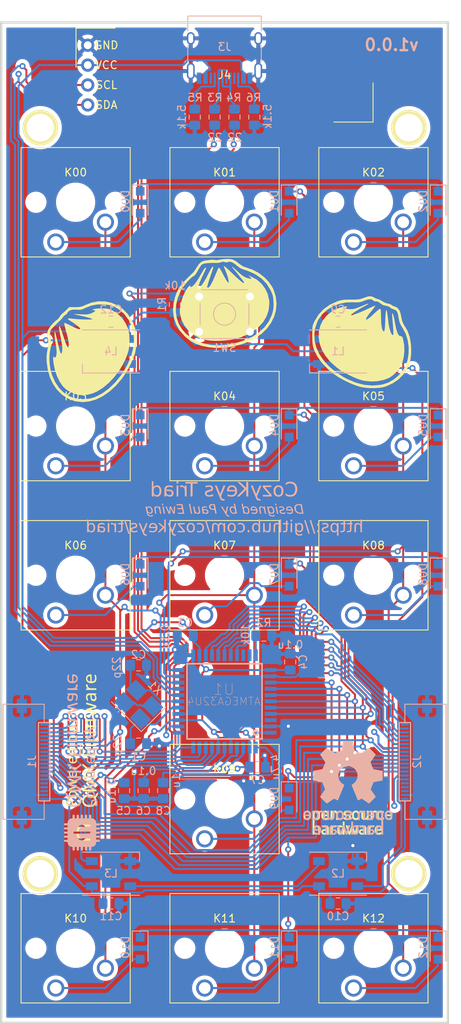
<source format=kicad_pcb>
(kicad_pcb (version 20171130) (host pcbnew 5.1.5+dfsg1-2build2)
  (layers (0 F.Cu signal) (31 B.Cu signal) (34 B.Paste user) (35 F.Paste user) (36 B.SilkS user) (37 F.SilkS user) (38 B.Mask user) (39 F.Mask user) (44 Edge.Cuts user))
  (net 0 "")
  (net 1 /row0)
  (net 2 "Net-(D00-Pad2)")
  (net 3 "Net-(D01-Pad2)")
  (net 4 "Net-(D02-Pad2)")
  (net 5 "Net-(D03-Pad2)")
  (net 6 /row1)
  (net 7 "Net-(D04-Pad2)")
  (net 8 "Net-(D05-Pad2)")
  (net 9 "Net-(D06-Pad2)")
  (net 10 /row2)
  (net 11 "Net-(D07-Pad2)")
  (net 12 "Net-(D08-Pad2)")
  (net 13 "Net-(D09-Pad2)")
  (net 14 /row4)
  (net 15 "Net-(D10-Pad2)")
  (net 16 /row5)
  (net 17 "Net-(D11-Pad2)")
  (net 18 "Net-(D12-Pad2)")
  (net 19 "Net-(J1-Pad3)")
  (net 20 "Net-(J1-Pad4)")
  (net 21 "Net-(J1-Pad5)")
  (net 22 "Net-(J2-Pad18)")
  (net 23 "Net-(J2-Pad17)")
  (net 24 "Net-(J2-Pad16)")
  (net 25 /col6)
  (net 26 /col7)
  (net 27 /col8)
  (net 28 "Net-(L2-Pad2)")
  (net 29 GND)
  (net 30 "Net-(C1-Pad1)")
  (net 31 "Net-(C2-Pad1)")
  (net 32 VCC)
  (net 33 /usb_cap)
  (net 34 /col0)
  (net 35 /col1)
  (net 36 /col2)
  (net 37 /col3)
  (net 38 /col4)
  (net 39 /col5)
  (net 40 /row3)
  (net 41 /rgb_l_out)
  (net 42 /rgb_l_in)
  (net 43 /col14)
  (net 44 /col13)
  (net 45 /col12)
  (net 46 /col11)
  (net 47 /col10)
  (net 48 /col9)
  (net 49 /rgb_r_in)
  (net 50 /rgb_r_out)
  (net 51 "Net-(J3-PadA6)")
  (net 52 "Net-(J3-PadB5)")
  (net 53 "Net-(J3-PadA8)")
  (net 54 "Net-(J3-PadA7)")
  (net 55 "Net-(J3-PadA5)")
  (net 56 "Net-(J3-PadB8)")
  (net 57 /rgb)
  (net 58 "Net-(L4-Pad2)")
  (net 59 "Net-(R1-Pad1)")
  (net 60 "Net-(R2-Pad2)")
  (net 61 /usb_d-)
  (net 62 /usb_d+)
  (net 63 "Net-(U1-Pad31)")
  (net 64 "Net-(U1-Pad32)")
  (net 65 "Net-(U1-Pad42)")
  (net 66 /scl)
  (net 67 /sda)
  (module cozy-parts:dumplings-small (layer F.Cu) (at 48.895 53.34)
    (fp_text reference G*** hide)
    (fp_text value LOGO hide)
  )
  (module cozy-parts:qmk-badge (layer B.Cu) (at 30.099 109.347 90)
    (fp_text reference "" hide)
    (fp_text value "" hide)
  )
  (module cozy-parts:qmk-badge (layer F.Cu) (at 30.099 109.347 90)
    (fp_text reference "" hide)
    (fp_text value "" hide)
  )
  (module cozy-parts:triad-attribution-small (layer B.Cu) (at 48.35 76.975 180)
    (fp_text reference G*** hide)
    (fp_text value LOGO hide)
  )
  (module cozy-parts:oshw-logo-small (layer F.Cu) (at 64.135 112.649)
    (fp_text reference G*** hide)
    (fp_text value LOGO hide)
  )
  (module cozy-parts:oshw-logo-small (layer B.Cu) (at 64.135 112.649 180)
    (fp_text reference G*** hide)
    (fp_text value LOGO hide)
  )
  (module cozy-parts:MX_1.00u (layer F.Cu) (at 48.35 85.5 180)
    (fp_text reference K07 (at 0 3.81 180) (layer F.SilkS))
    (fp_text value MX)
    (pad 1 thru_hole circle (at 2.54 -5.08 180) (size 2.2 2.2) (drill 1.5) (layers *.Cu *.Mask) (net 11 "Net-(D07-Pad2)"))
    (pad 2 thru_hole circle (at -3.81 -2.54 180) (size 2.2 2.2) (drill 1.5) (layers *.Cu *.Mask) (net 26 /col7))
    (pad "" np_thru_hole circle (at 0 0 180) (size 4 4) (drill 4) (layers *.Cu *.Mask))
    (pad "" np_thru_hole circle (at -5.08 0 180) (size 1.7 1.7) (drill 1.7) (layers *.Cu *.Mask))
    (pad "" np_thru_hole circle (at 5.08 0 180) (size 1.7 1.7) (drill 1.7) (layers *.Cu *.Mask))
  )
  (module HOLE_M2_SPACER (layer F.Cu) (at 71.925 123.6)
    (fp_text reference H4 hide)
    (fp_text value VAL** hide)
    (pad 1 thru_hole circle (at 0 0) (size 4.5 4.5) (drill 3.5) (layers *.Cu *.Mask F.SilkS))
  )
  (module HOLE_M2_SPACER (layer F.Cu) (at 24.775 123.6)
    (fp_text reference H3 hide)
    (fp_text value VAL** hide)
    (pad 1 thru_hole circle (at 0 0) (size 4.5 4.5) (drill 3.5) (layers *.Cu *.Mask F.SilkS))
  )
  (module HOLE_M2_SPACER (layer F.Cu) (at 71.925 28.35)
    (fp_text reference H2 hide)
    (fp_text value VAL** hide)
    (pad 1 thru_hole circle (at 0 0) (size 4.5 4.5) (drill 3.5) (layers *.Cu *.Mask F.SilkS))
  )
  (module HOLE_M2_SPACER (layer F.Cu) (at 24.775 28.35)
    (fp_text reference H1 hide)
    (fp_text value VAL** hide)
    (pad 1 thru_hole circle (at 0 0) (size 4.5 4.5) (drill 3.5) (layers *.Cu *.Mask F.SilkS))
  )
  (module Capacitor_SMD:C_0805_2012Metric_Pad1.15x1.40mm_HandSolder (layer B.Cu) (at 37.35 107)
    (fp_text reference C1 (at 0 1.65) (layer B.SilkS) (effects (justify mirror)))
    (fp_text value 22p (at -2.679 0.188 90) (layer B.SilkS) (effects (justify mirror)))
    (pad 1 smd roundrect (at -1.025 0) (size 1.15 1.4) (layers B.Cu B.Paste B.Mask) (roundrect_rratio 0.217391) (net 30 "Net-(C1-Pad1)"))
    (pad 2 smd roundrect (at 1.025 0) (size 1.15 1.4) (layers B.Cu B.Paste B.Mask) (roundrect_rratio 0.217391) (net 29 GND))
  )
  (module Capacitor_SMD:C_0805_2012Metric_Pad1.15x1.40mm_HandSolder (layer B.Cu) (at 37.35 97)
    (fp_text reference C2 (at 0 -1.369) (layer B.SilkS) (effects (justify mirror)))
    (fp_text value 22p (at -2.806 0.282 90) (layer B.SilkS) (effects (justify mirror)))
    (pad 1 smd roundrect (at -1.025 0) (size 1.15 1.4) (layers B.Cu B.Paste B.Mask) (roundrect_rratio 0.217391) (net 31 "Net-(C2-Pad1)"))
    (pad 2 smd roundrect (at 1.025 0) (size 1.15 1.4) (layers B.Cu B.Paste B.Mask) (roundrect_rratio 0.217391) (net 29 GND))
  )
  (module Capacitor_SMD:C_0805_2012Metric_Pad1.15x1.40mm_HandSolder (layer B.Cu) (at 43.325 93.2 180)
    (fp_text reference C3 (at 0 1.65 180) (layer B.SilkS) (effects (justify mirror)))
    (fp_text value 0.1u (at 2.558 -0.145 270) (layer B.SilkS) (effects (justify mirror)))
    (pad 2 smd roundrect (at 1.025 0 180) (size 1.15 1.4) (layers B.Cu B.Paste B.Mask) (roundrect_rratio 0.217391) (net 29 GND))
    (pad 1 smd roundrect (at -1.025 0 180) (size 1.15 1.4) (layers B.Cu B.Paste B.Mask) (roundrect_rratio 0.217391) (net 32 VCC))
  )
  (module Capacitor_SMD:C_0805_2012Metric_Pad1.15x1.40mm_HandSolder (layer B.Cu) (at 56.75 96.575 90)
    (fp_text reference C4 (at 0 1.65 -90) (layer B.SilkS) (effects (justify mirror)))
    (fp_text value 0.1u (at 2.214 0.019) (layer B.SilkS) (effects (justify mirror)))
    (pad 1 smd roundrect (at -1.025 0 90) (size 1.15 1.4) (layers B.Cu B.Paste B.Mask) (roundrect_rratio 0.217391) (net 32 VCC))
    (pad 2 smd roundrect (at 1.025 0 90) (size 1.15 1.4) (layers B.Cu B.Paste B.Mask) (roundrect_rratio 0.217391) (net 29 GND))
  )
  (module Capacitor_SMD:C_0805_2012Metric_Pad1.15x1.40mm_HandSolder (layer B.Cu) (at 35.5 113 270)
    (fp_text reference C5 (at 2.57 0.067 180) (layer B.SilkS) (effects (justify mirror)))
    (fp_text value 0.1u (at 0.03 1.591 90) (layer B.SilkS) (effects (justify mirror)))
    (pad 2 smd roundrect (at 1.025 0 270) (size 1.15 1.4) (layers B.Cu B.Paste B.Mask) (roundrect_rratio 0.217391) (net 29 GND))
    (pad 1 smd roundrect (at -1.025 0 270) (size 1.15 1.4) (layers B.Cu B.Paste B.Mask) (roundrect_rratio 0.217391) (net 32 VCC))
  )
  (module Capacitor_SMD:C_0805_2012Metric_Pad1.15x1.40mm_HandSolder (layer B.Cu) (at 38 113 270)
    (fp_text reference C6 (at 2.57 0.027 180) (layer B.SilkS) (effects (justify mirror)))
    (fp_text value 0.1u (at -2.51 0.027 180) (layer B.SilkS) (effects (justify mirror)))
    (pad 1 smd roundrect (at -1.025 0 270) (size 1.15 1.4) (layers B.Cu B.Paste B.Mask) (roundrect_rratio 0.217391) (net 32 VCC))
    (pad 2 smd roundrect (at 1.025 0 270) (size 1.15 1.4) (layers B.Cu B.Paste B.Mask) (roundrect_rratio 0.217391) (net 29 GND))
  )
  (module Capacitor_SMD:C_0805_2012Metric_Pad1.15x1.40mm_HandSolder (layer B.Cu) (at 52.575 110)
    (fp_text reference C7 (at 0 1.65) (layer B.SilkS) (effects (justify mirror)))
    (fp_text value 4.7u (at 2.289 -0.018 270) (layer B.SilkS) (effects (justify mirror)))
    (pad 2 smd roundrect (at 1.025 0) (size 1.15 1.4) (layers B.Cu B.Paste B.Mask) (roundrect_rratio 0.217391) (net 29 GND))
    (pad 1 smd roundrect (at -1.025 0) (size 1.15 1.4) (layers B.Cu B.Paste B.Mask) (roundrect_rratio 0.217391) (net 32 VCC))
  )
  (module Capacitor_SMD:C_0805_2012Metric_Pad1.15x1.40mm_HandSolder (layer B.Cu) (at 40.5 113 270)
    (fp_text reference C8 (at 2.57 -0.013 180) (layer B.SilkS) (effects (justify mirror)))
    (fp_text value 1u (at -1.24 -1.65 270) (layer B.SilkS) (effects (justify mirror)))
    (pad 2 smd roundrect (at 1.025 0 270) (size 1.15 1.4) (layers B.Cu B.Paste B.Mask) (roundrect_rratio 0.217391) (net 29 GND))
    (pad 1 smd roundrect (at -1.025 0 270) (size 1.15 1.4) (layers B.Cu B.Paste B.Mask) (roundrect_rratio 0.217391) (net 33 /usb_cap))
  )
  (module Diode_SMD:D_SOD-123F (layer B.Cu) (at 37.5625 37.875 270)
    (fp_text reference D00 (at -0.127 1.905 270) (layer B.SilkS) (effects (justify mirror)))
    (fp_text value D_Small)
    (pad 2 smd rect (at 1.4 0 270) (size 1.1 1.1) (layers B.Cu B.Paste B.Mask) (net 2 "Net-(D00-Pad2)"))
    (pad 1 smd rect (at -1.4 0 270) (size 1.1 1.1) (layers B.Cu B.Paste B.Mask) (net 1 /row0))
  )
  (module Diode_SMD:D_SOD-123F (layer B.Cu) (at 56.6125 37.875 270)
    (fp_text reference D01 (at -0.127 1.905 270) (layer B.SilkS) (effects (justify mirror)))
    (fp_text value D_Small)
    (pad 1 smd rect (at -1.4 0 270) (size 1.1 1.1) (layers B.Cu B.Paste B.Mask) (net 1 /row0))
    (pad 2 smd rect (at 1.4 0 270) (size 1.1 1.1) (layers B.Cu B.Paste B.Mask) (net 3 "Net-(D01-Pad2)"))
  )
  (module Diode_SMD:D_SOD-123F (layer B.Cu) (at 75.6625 37.875 270)
    (fp_text reference D02 (at -0.127 1.905 270) (layer B.SilkS) (effects (justify mirror)))
    (fp_text value D_Small)
    (pad 2 smd rect (at 1.4 0 270) (size 1.1 1.1) (layers B.Cu B.Paste B.Mask) (net 4 "Net-(D02-Pad2)"))
    (pad 1 smd rect (at -1.4 0 270) (size 1.1 1.1) (layers B.Cu B.Paste B.Mask) (net 1 /row0))
  )
  (module Diode_SMD:D_SOD-123F (layer B.Cu) (at 37.5625 66.45 270)
    (fp_text reference D03 (at -0.127 1.905 270) (layer B.SilkS) (effects (justify mirror)))
    (fp_text value D_Small)
    (pad 1 smd rect (at -1.4 0 270) (size 1.1 1.1) (layers B.Cu B.Paste B.Mask) (net 6 /row1))
    (pad 2 smd rect (at 1.4 0 270) (size 1.1 1.1) (layers B.Cu B.Paste B.Mask) (net 5 "Net-(D03-Pad2)"))
  )
  (module Diode_SMD:D_SOD-123F (layer B.Cu) (at 56.6125 66.45 270)
    (fp_text reference D04 (at -0.127 1.905 270) (layer B.SilkS) (effects (justify mirror)))
    (fp_text value D_Small)
    (pad 2 smd rect (at 1.4 0 270) (size 1.1 1.1) (layers B.Cu B.Paste B.Mask) (net 7 "Net-(D04-Pad2)"))
    (pad 1 smd rect (at -1.4 0 270) (size 1.1 1.1) (layers B.Cu B.Paste B.Mask) (net 6 /row1))
  )
  (module Diode_SMD:D_SOD-123F (layer B.Cu) (at 75.6625 66.45 270)
    (fp_text reference D05 (at -0.127 1.905 270) (layer B.SilkS) (effects (justify mirror)))
    (fp_text value D_Small)
    (pad 1 smd rect (at -1.4 0 270) (size 1.1 1.1) (layers B.Cu B.Paste B.Mask) (net 6 /row1))
    (pad 2 smd rect (at 1.4 0 270) (size 1.1 1.1) (layers B.Cu B.Paste B.Mask) (net 8 "Net-(D05-Pad2)"))
  )
  (module Diode_SMD:D_SOD-123F (layer B.Cu) (at 37.5625 85.5 270)
    (fp_text reference D06 (at -0.127 1.905 270) (layer B.SilkS) (effects (justify mirror)))
    (fp_text value D_Small)
    (pad 2 smd rect (at 1.4 0 270) (size 1.1 1.1) (layers B.Cu B.Paste B.Mask) (net 9 "Net-(D06-Pad2)"))
    (pad 1 smd rect (at -1.4 0 270) (size 1.1 1.1) (layers B.Cu B.Paste B.Mask) (net 10 /row2))
  )
  (module Diode_SMD:D_SOD-123F (layer B.Cu) (at 56.6125 85.5 270)
    (fp_text reference D07 (at -0.127 1.905 270) (layer B.SilkS) (effects (justify mirror)))
    (fp_text value D_Small)
    (pad 1 smd rect (at -1.4 0 270) (size 1.1 1.1) (layers B.Cu B.Paste B.Mask) (net 10 /row2))
    (pad 2 smd rect (at 1.4 0 270) (size 1.1 1.1) (layers B.Cu B.Paste B.Mask) (net 11 "Net-(D07-Pad2)"))
  )
  (module Diode_SMD:D_SOD-123F (layer B.Cu) (at 75.6625 85.5 270)
    (fp_text reference D08 (at -0.127 1.905 270) (layer B.SilkS) (effects (justify mirror)))
    (fp_text value D_Small)
    (pad 2 smd rect (at 1.4 0 270) (size 1.1 1.1) (layers B.Cu B.Paste B.Mask) (net 12 "Net-(D08-Pad2)"))
    (pad 1 smd rect (at -1.4 0 270) (size 1.1 1.1) (layers B.Cu B.Paste B.Mask) (net 10 /row2))
  )
  (module Diode_SMD:D_SOD-123F (layer B.Cu) (at 56.6125 114.075 270)
    (fp_text reference D09 (at -0.127 1.905 270) (layer B.SilkS) (effects (justify mirror)))
    (fp_text value D_Small)
    (pad 1 smd rect (at -1.4 0 270) (size 1.1 1.1) (layers B.Cu B.Paste B.Mask) (net 14 /row4))
    (pad 2 smd rect (at 1.4 0 270) (size 1.1 1.1) (layers B.Cu B.Paste B.Mask) (net 13 "Net-(D09-Pad2)"))
  )
  (module Diode_SMD:D_SOD-123F (layer B.Cu) (at 37.5625 133.125 270)
    (fp_text reference D10 (at -0.127 1.905 270) (layer B.SilkS) (effects (justify mirror)))
    (fp_text value D_Small)
    (pad 1 smd rect (at -1.4 0 270) (size 1.1 1.1) (layers B.Cu B.Paste B.Mask) (net 16 /row5))
    (pad 2 smd rect (at 1.4 0 270) (size 1.1 1.1) (layers B.Cu B.Paste B.Mask) (net 15 "Net-(D10-Pad2)"))
  )
  (module Diode_SMD:D_SOD-123F (layer B.Cu) (at 56.6125 133.125 270)
    (fp_text reference D11 (at -0.127 1.905 270) (layer B.SilkS) (effects (justify mirror)))
    (fp_text value D_Small)
    (pad 2 smd rect (at 1.4 0 270) (size 1.1 1.1) (layers B.Cu B.Paste B.Mask) (net 17 "Net-(D11-Pad2)"))
    (pad 1 smd rect (at -1.4 0 270) (size 1.1 1.1) (layers B.Cu B.Paste B.Mask) (net 16 /row5))
  )
  (module Diode_SMD:D_SOD-123F (layer B.Cu) (at 75.6625 133.125 270)
    (fp_text reference D12 (at -0.127 1.905 270) (layer B.SilkS) (effects (justify mirror)))
    (fp_text value D_Small)
    (pad 2 smd rect (at 1.4 0 270) (size 1.1 1.1) (layers B.Cu B.Paste B.Mask) (net 18 "Net-(D12-Pad2)"))
    (pad 1 smd rect (at -1.4 0 270) (size 1.1 1.1) (layers B.Cu B.Paste B.Mask) (net 16 /row5))
  )
  (module cozy-parts:MOLEX_FPC_20_P0.5mm_505110-2091 (layer B.Cu) (at 25.275 109.312 90)
    (fp_text reference J1 (at 0 -1.55 -90) (layer B.SilkS) (effects (justify mirror)))
    (fp_text value MOLEX_FPC_20_P0.5mm_505110-2091)
    (pad 20 smd rect (at 4.75 0 90) (size 0.3 1) (layers B.Cu B.Paste B.Mask) (net 34 /col0))
    (pad 19 smd rect (at 4.25 0 90) (size 0.3 1) (layers B.Cu B.Paste B.Mask) (net 35 /col1))
    (pad 18 smd rect (at 3.75 0 90) (size 0.3 1) (layers B.Cu B.Paste B.Mask) (net 36 /col2))
    (pad 17 smd rect (at 3.25 0 90) (size 0.3 1) (layers B.Cu B.Paste B.Mask) (net 37 /col3))
    (pad 16 smd rect (at 2.75 0 90) (size 0.3 1) (layers B.Cu B.Paste B.Mask) (net 38 /col4))
    (pad 15 smd rect (at 2.25 0 90) (size 0.3 1) (layers B.Cu B.Paste B.Mask) (net 39 /col5))
    (pad 14 smd rect (at 1.75 0 90) (size 0.3 1) (layers B.Cu B.Paste B.Mask) (net 25 /col6))
    (pad 13 smd rect (at 1.25 0 90) (size 0.3 1) (layers B.Cu B.Paste B.Mask) (net 1 /row0))
    (pad 12 smd rect (at 0.75 0 90) (size 0.3 1) (layers B.Cu B.Paste B.Mask) (net 6 /row1))
    (pad 11 smd rect (at 0.25 0 90) (size 0.3 1) (layers B.Cu B.Paste B.Mask) (net 10 /row2))
    (pad 10 smd rect (at -0.25 0 90) (size 0.3 1) (layers B.Cu B.Paste B.Mask) (net 40 /row3))
    (pad 9 smd rect (at -0.75 0 90) (size 0.3 1) (layers B.Cu B.Paste B.Mask) (net 14 /row4))
    (pad 8 smd rect (at -1.25 0 90) (size 0.3 1) (layers B.Cu B.Paste B.Mask) (net 16 /row5))
    (pad 7 smd rect (at -1.75 0 90) (size 0.3 1) (layers B.Cu B.Paste B.Mask) (net 41 /rgb_l_out))
    (pad 6 smd rect (at -2.25 0 90) (size 0.3 1) (layers B.Cu B.Paste B.Mask) (net 42 /rgb_l_in))
    (pad 5 smd rect (at -2.75 0 90) (size 0.3 1) (layers B.Cu B.Paste B.Mask) (net 21 "Net-(J1-Pad5)"))
    (pad 4 smd rect (at -3.25 0 90) (size 0.3 1) (layers B.Cu B.Paste B.Mask) (net 20 "Net-(J1-Pad4)"))
    (pad 3 smd rect (at -3.75 0 90) (size 0.3 1) (layers B.Cu B.Paste B.Mask) (net 19 "Net-(J1-Pad3)"))
    (pad 2 smd rect (at -4.25 0 90) (size 0.3 1) (layers B.Cu B.Paste B.Mask) (net 29 GND))
    (pad 1 smd rect (at -4.75 0 90) (size 0.3 1) (layers B.Cu B.Paste B.Mask) (net 32 VCC))
    (pad 0 smd rect (at -7.1175 -2.85 90) (size 1.765 1.3) (layers B.Cu B.Paste B.Mask) (net 29 GND))
    (pad 0 smd rect (at 7.1175 -2.85 90) (size 1.765 1.3) (layers B.Cu B.Paste B.Mask) (net 29 GND))
  )
  (module cozy-parts:MOLEX_FPC_20_P0.5mm_505110-2091 (layer B.Cu) (at 71.425 109.312 270)
    (fp_text reference J2 (at 0 -1.55 90) (layer B.SilkS) (effects (justify mirror)))
    (fp_text value MOLEX_FPC_20_P0.5mm_505110-2091)
    (pad 0 smd rect (at 7.1175 -2.85 270) (size 1.765 1.3) (layers B.Cu B.Paste B.Mask) (net 29 GND))
    (pad 0 smd rect (at -7.1175 -2.85 270) (size 1.765 1.3) (layers B.Cu B.Paste B.Mask) (net 29 GND))
    (pad 1 smd rect (at -4.75 0 270) (size 0.3 1) (layers B.Cu B.Paste B.Mask) (net 43 /col14))
    (pad 2 smd rect (at -4.25 0 270) (size 0.3 1) (layers B.Cu B.Paste B.Mask) (net 44 /col13))
    (pad 3 smd rect (at -3.75 0 270) (size 0.3 1) (layers B.Cu B.Paste B.Mask) (net 45 /col12))
    (pad 4 smd rect (at -3.25 0 270) (size 0.3 1) (layers B.Cu B.Paste B.Mask) (net 46 /col11))
    (pad 5 smd rect (at -2.75 0 270) (size 0.3 1) (layers B.Cu B.Paste B.Mask) (net 47 /col10))
    (pad 6 smd rect (at -2.25 0 270) (size 0.3 1) (layers B.Cu B.Paste B.Mask) (net 48 /col9))
    (pad 7 smd rect (at -1.75 0 270) (size 0.3 1) (layers B.Cu B.Paste B.Mask) (net 27 /col8))
    (pad 8 smd rect (at -1.25 0 270) (size 0.3 1) (layers B.Cu B.Paste B.Mask) (net 1 /row0))
    (pad 9 smd rect (at -0.75 0 270) (size 0.3 1) (layers B.Cu B.Paste B.Mask) (net 6 /row1))
    (pad 10 smd rect (at -0.25 0 270) (size 0.3 1) (layers B.Cu B.Paste B.Mask) (net 10 /row2))
    (pad 11 smd rect (at 0.25 0 270) (size 0.3 1) (layers B.Cu B.Paste B.Mask) (net 40 /row3))
    (pad 12 smd rect (at 0.75 0 270) (size 0.3 1) (layers B.Cu B.Paste B.Mask) (net 14 /row4))
    (pad 13 smd rect (at 1.25 0 270) (size 0.3 1) (layers B.Cu B.Paste B.Mask) (net 16 /row5))
    (pad 14 smd rect (at 1.75 0 270) (size 0.3 1) (layers B.Cu B.Paste B.Mask) (net 49 /rgb_r_in))
    (pad 15 smd rect (at 2.25 0 270) (size 0.3 1) (layers B.Cu B.Paste B.Mask) (net 50 /rgb_r_out))
    (pad 16 smd rect (at 2.75 0 270) (size 0.3 1) (layers B.Cu B.Paste B.Mask) (net 24 "Net-(J2-Pad16)"))
    (pad 17 smd rect (at 3.25 0 270) (size 0.3 1) (layers B.Cu B.Paste B.Mask) (net 23 "Net-(J2-Pad17)"))
    (pad 18 smd rect (at 3.75 0 270) (size 0.3 1) (layers B.Cu B.Paste B.Mask) (net 22 "Net-(J2-Pad18)"))
    (pad 19 smd rect (at 4.25 0 270) (size 0.3 1) (layers B.Cu B.Paste B.Mask) (net 29 GND))
    (pad 20 smd rect (at 4.75 0 270) (size 0.3 1) (layers B.Cu B.Paste B.Mask) (net 32 VCC))
  )
  (module Connector_USB:USB_C_Receptacle_HRO_TYPE-C-31-M-12 (layer B.Cu) (at 48.35 18)
    (fp_text reference J3 (at 0 0.034) (layer B.SilkS) (effects (justify mirror)))
    (fp_text value USB_C_Receptacle)
    (pad B1 smd rect (at 3.25 4.045) (size 0.6 1.45) (layers B.Cu B.Paste B.Mask) (net 29 GND))
    (pad A9 smd rect (at 2.45 4.045) (size 0.6 1.45) (layers B.Cu B.Paste B.Mask) (net 32 VCC))
    (pad B9 smd rect (at -2.45 4.045) (size 0.6 1.45) (layers B.Cu B.Paste B.Mask) (net 32 VCC))
    (pad B12 smd rect (at -3.25 4.045) (size 0.6 1.45) (layers B.Cu B.Paste B.Mask) (net 29 GND))
    (pad A1 smd rect (at -3.25 4.045) (size 0.6 1.45) (layers B.Cu B.Paste B.Mask) (net 29 GND))
    (pad A4 smd rect (at -2.45 4.045) (size 0.6 1.45) (layers B.Cu B.Paste B.Mask) (net 32 VCC))
    (pad B4 smd rect (at 2.45 4.045) (size 0.6 1.45) (layers B.Cu B.Paste B.Mask) (net 32 VCC))
    (pad A12 smd rect (at 3.25 4.045) (size 0.6 1.45) (layers B.Cu B.Paste B.Mask) (net 29 GND))
    (pad B8 smd rect (at -1.75 4.045) (size 0.3 1.45) (layers B.Cu B.Paste B.Mask) (net 56 "Net-(J3-PadB8)"))
    (pad A5 smd rect (at -1.25 4.045) (size 0.3 1.45) (layers B.Cu B.Paste B.Mask) (net 55 "Net-(J3-PadA5)"))
    (pad B7 smd rect (at -0.75 4.045) (size 0.3 1.45) (layers B.Cu B.Paste B.Mask) (net 54 "Net-(J3-PadA7)"))
    (pad A7 smd rect (at 0.25 4.045) (size 0.3 1.45) (layers B.Cu B.Paste B.Mask) (net 54 "Net-(J3-PadA7)"))
    (pad B6 smd rect (at 0.75 4.045) (size 0.3 1.45) (layers B.Cu B.Paste B.Mask) (net 51 "Net-(J3-PadA6)"))
    (pad A8 smd rect (at 1.25 4.045) (size 0.3 1.45) (layers B.Cu B.Paste B.Mask) (net 53 "Net-(J3-PadA8)"))
    (pad B5 smd rect (at 1.75 4.045) (size 0.3 1.45) (layers B.Cu B.Paste B.Mask) (net 52 "Net-(J3-PadB5)"))
    (pad A6 smd rect (at -0.25 4.045) (size 0.3 1.45) (layers B.Cu B.Paste B.Mask) (net 51 "Net-(J3-PadA6)"))
    (pad S1 thru_hole oval (at 4.32 3.13) (size 1 2.1) (drill oval 0.6 1.7) (layers *.Cu *.Mask) (net 29 GND))
    (pad S1 thru_hole oval (at -4.32 3.13) (size 1 2.1) (drill oval 0.6 1.7) (layers *.Cu *.Mask) (net 29 GND))
    (pad "" np_thru_hole circle (at -2.89 2.6) (size 0.65 0.65) (drill 0.65) (layers *.Cu *.Mask))
    (pad S1 thru_hole oval (at -4.32 -1.05) (size 1 1.6) (drill oval 0.6 1.2) (layers *.Cu *.Mask) (net 29 GND))
    (pad "" np_thru_hole circle (at 2.89 2.6) (size 0.65 0.65) (drill 0.65) (layers *.Cu *.Mask))
    (pad S1 thru_hole oval (at 4.32 -1.05) (size 1 1.6) (drill oval 0.6 1.2) (layers *.Cu *.Mask) (net 29 GND))
  )
  (module cozy-parts:MX_1.00u (layer F.Cu) (at 29.3 37.875 180)
    (fp_text reference K00 (at 0 3.81 180) (layer F.SilkS))
    (fp_text value MX)
    (pad 1 thru_hole circle (at 2.54 -5.08 180) (size 2.2 2.2) (drill 1.5) (layers *.Cu *.Mask) (net 2 "Net-(D00-Pad2)"))
    (pad 2 thru_hole circle (at -3.81 -2.54 180) (size 2.2 2.2) (drill 1.5) (layers *.Cu *.Mask) (net 25 /col6))
    (pad "" np_thru_hole circle (at 0 0 180) (size 4 4) (drill 4) (layers *.Cu *.Mask))
    (pad "" np_thru_hole circle (at -5.08 0 180) (size 1.7 1.7) (drill 1.7) (layers *.Cu *.Mask))
    (pad "" np_thru_hole circle (at 5.08 0 180) (size 1.7 1.7) (drill 1.7) (layers *.Cu *.Mask))
  )
  (module cozy-parts:MX_1.00u (layer F.Cu) (at 48.35 37.875 180)
    (fp_text reference K01 (at 0 3.81 180) (layer F.SilkS))
    (fp_text value MX)
    (pad "" np_thru_hole circle (at 5.08 0 180) (size 1.7 1.7) (drill 1.7) (layers *.Cu *.Mask))
    (pad "" np_thru_hole circle (at -5.08 0 180) (size 1.7 1.7) (drill 1.7) (layers *.Cu *.Mask))
    (pad "" np_thru_hole circle (at 0 0 180) (size 4 4) (drill 4) (layers *.Cu *.Mask))
    (pad 2 thru_hole circle (at -3.81 -2.54 180) (size 2.2 2.2) (drill 1.5) (layers *.Cu *.Mask) (net 26 /col7))
    (pad 1 thru_hole circle (at 2.54 -5.08 180) (size 2.2 2.2) (drill 1.5) (layers *.Cu *.Mask) (net 3 "Net-(D01-Pad2)"))
  )
  (module cozy-parts:MX_1.00u (layer F.Cu) (at 67.4 37.875 180)
    (fp_text reference K02 (at 0 3.81 180) (layer F.SilkS))
    (fp_text value MX)
    (pad "" np_thru_hole circle (at 5.08 0 180) (size 1.7 1.7) (drill 1.7) (layers *.Cu *.Mask))
    (pad "" np_thru_hole circle (at -5.08 0 180) (size 1.7 1.7) (drill 1.7) (layers *.Cu *.Mask))
    (pad "" np_thru_hole circle (at 0 0 180) (size 4 4) (drill 4) (layers *.Cu *.Mask))
    (pad 2 thru_hole circle (at -3.81 -2.54 180) (size 2.2 2.2) (drill 1.5) (layers *.Cu *.Mask) (net 27 /col8))
    (pad 1 thru_hole circle (at 2.54 -5.08 180) (size 2.2 2.2) (drill 1.5) (layers *.Cu *.Mask) (net 4 "Net-(D02-Pad2)"))
  )
  (module cozy-parts:MX_1.00u (layer F.Cu) (at 29.3 66.45 180)
    (fp_text reference K03 (at 0 3.81 180) (layer F.SilkS))
    (fp_text value MX)
    (pad "" np_thru_hole circle (at 5.08 0 180) (size 1.7 1.7) (drill 1.7) (layers *.Cu *.Mask))
    (pad "" np_thru_hole circle (at -5.08 0 180) (size 1.7 1.7) (drill 1.7) (layers *.Cu *.Mask))
    (pad "" np_thru_hole circle (at 0 0 180) (size 4 4) (drill 4) (layers *.Cu *.Mask))
    (pad 2 thru_hole circle (at -3.81 -2.54 180) (size 2.2 2.2) (drill 1.5) (layers *.Cu *.Mask) (net 25 /col6))
    (pad 1 thru_hole circle (at 2.54 -5.08 180) (size 2.2 2.2) (drill 1.5) (layers *.Cu *.Mask) (net 5 "Net-(D03-Pad2)"))
  )
  (module cozy-parts:MX_1.00u (layer F.Cu) (at 48.35 66.45 180)
    (fp_text reference K04 (at 0 3.81 180) (layer F.SilkS))
    (fp_text value MX)
    (pad "" np_thru_hole circle (at 5.08 0 180) (size 1.7 1.7) (drill 1.7) (layers *.Cu *.Mask))
    (pad "" np_thru_hole circle (at -5.08 0 180) (size 1.7 1.7) (drill 1.7) (layers *.Cu *.Mask))
    (pad "" np_thru_hole circle (at 0 0 180) (size 4 4) (drill 4) (layers *.Cu *.Mask))
    (pad 2 thru_hole circle (at -3.81 -2.54 180) (size 2.2 2.2) (drill 1.5) (layers *.Cu *.Mask) (net 26 /col7))
    (pad 1 thru_hole circle (at 2.54 -5.08 180) (size 2.2 2.2) (drill 1.5) (layers *.Cu *.Mask) (net 7 "Net-(D04-Pad2)"))
  )
  (module cozy-parts:MX_1.00u (layer F.Cu) (at 67.4 66.45 180)
    (fp_text reference K05 (at 0 3.81 180) (layer F.SilkS))
    (fp_text value MX)
    (pad "" np_thru_hole circle (at 5.08 0 180) (size 1.7 1.7) (drill 1.7) (layers *.Cu *.Mask))
    (pad "" np_thru_hole circle (at -5.08 0 180) (size 1.7 1.7) (drill 1.7) (layers *.Cu *.Mask))
    (pad "" np_thru_hole circle (at 0 0 180) (size 4 4) (drill 4) (layers *.Cu *.Mask))
    (pad 2 thru_hole circle (at -3.81 -2.54 180) (size 2.2 2.2) (drill 1.5) (layers *.Cu *.Mask) (net 27 /col8))
    (pad 1 thru_hole circle (at 2.54 -5.08 180) (size 2.2 2.2) (drill 1.5) (layers *.Cu *.Mask) (net 8 "Net-(D05-Pad2)"))
  )
  (module cozy-parts:MX_1.00u (layer F.Cu) (at 29.3 85.5 180)
    (fp_text reference K06 (at 0 3.81 180) (layer F.SilkS))
    (fp_text value MX)
    (pad "" np_thru_hole circle (at 5.08 0 180) (size 1.7 1.7) (drill 1.7) (layers *.Cu *.Mask))
    (pad "" np_thru_hole circle (at -5.08 0 180) (size 1.7 1.7) (drill 1.7) (layers *.Cu *.Mask))
    (pad "" np_thru_hole circle (at 0 0 180) (size 4 4) (drill 4) (layers *.Cu *.Mask))
    (pad 2 thru_hole circle (at -3.81 -2.54 180) (size 2.2 2.2) (drill 1.5) (layers *.Cu *.Mask) (net 25 /col6))
    (pad 1 thru_hole circle (at 2.54 -5.08 180) (size 2.2 2.2) (drill 1.5) (layers *.Cu *.Mask) (net 9 "Net-(D06-Pad2)"))
  )
  (module cozy-parts:MX_1.00u (layer F.Cu) (at 67.4 85.5 180)
    (fp_text reference K08 (at 0 3.81 180) (layer F.SilkS))
    (fp_text value MX)
    (pad 1 thru_hole circle (at 2.54 -5.08 180) (size 2.2 2.2) (drill 1.5) (layers *.Cu *.Mask) (net 12 "Net-(D08-Pad2)"))
    (pad 2 thru_hole circle (at -3.81 -2.54 180) (size 2.2 2.2) (drill 1.5) (layers *.Cu *.Mask) (net 27 /col8))
    (pad "" np_thru_hole circle (at 0 0 180) (size 4 4) (drill 4) (layers *.Cu *.Mask))
    (pad "" np_thru_hole circle (at -5.08 0 180) (size 1.7 1.7) (drill 1.7) (layers *.Cu *.Mask))
    (pad "" np_thru_hole circle (at 5.08 0 180) (size 1.7 1.7) (drill 1.7) (layers *.Cu *.Mask))
  )
  (module cozy-parts:MX_1.00u (layer F.Cu) (at 48.35 114.075 180)
    (fp_text reference K09 (at 0 3.81 180) (layer F.SilkS))
    (fp_text value MX)
    (pad 1 thru_hole circle (at 2.54 -5.08 180) (size 2.2 2.2) (drill 1.5) (layers *.Cu *.Mask) (net 13 "Net-(D09-Pad2)"))
    (pad 2 thru_hole circle (at -3.81 -2.54 180) (size 2.2 2.2) (drill 1.5) (layers *.Cu *.Mask) (net 26 /col7))
    (pad "" np_thru_hole circle (at 0 0 180) (size 4 4) (drill 4) (layers *.Cu *.Mask))
    (pad "" np_thru_hole circle (at -5.08 0 180) (size 1.7 1.7) (drill 1.7) (layers *.Cu *.Mask))
    (pad "" np_thru_hole circle (at 5.08 0 180) (size 1.7 1.7) (drill 1.7) (layers *.Cu *.Mask))
  )
  (module cozy-parts:MX_1.00u (layer F.Cu) (at 29.3 133.125 180)
    (fp_text reference K10 (at 0 3.81 180) (layer F.SilkS))
    (fp_text value MX)
    (pad 1 thru_hole circle (at 2.54 -5.08 180) (size 2.2 2.2) (drill 1.5) (layers *.Cu *.Mask) (net 15 "Net-(D10-Pad2)"))
    (pad 2 thru_hole circle (at -3.81 -2.54 180) (size 2.2 2.2) (drill 1.5) (layers *.Cu *.Mask) (net 25 /col6))
    (pad "" np_thru_hole circle (at 0 0 180) (size 4 4) (drill 4) (layers *.Cu *.Mask))
    (pad "" np_thru_hole circle (at -5.08 0 180) (size 1.7 1.7) (drill 1.7) (layers *.Cu *.Mask))
    (pad "" np_thru_hole circle (at 5.08 0 180) (size 1.7 1.7) (drill 1.7) (layers *.Cu *.Mask))
  )
  (module cozy-parts:MX_1.00u (layer F.Cu) (at 48.35 133.125 180)
    (fp_text reference K11 (at 0 3.81 180) (layer F.SilkS))
    (fp_text value MX)
    (pad 1 thru_hole circle (at 2.54 -5.08 180) (size 2.2 2.2) (drill 1.5) (layers *.Cu *.Mask) (net 17 "Net-(D11-Pad2)"))
    (pad 2 thru_hole circle (at -3.81 -2.54 180) (size 2.2 2.2) (drill 1.5) (layers *.Cu *.Mask) (net 26 /col7))
    (pad "" np_thru_hole circle (at 0 0 180) (size 4 4) (drill 4) (layers *.Cu *.Mask))
    (pad "" np_thru_hole circle (at -5.08 0 180) (size 1.7 1.7) (drill 1.7) (layers *.Cu *.Mask))
    (pad "" np_thru_hole circle (at 5.08 0 180) (size 1.7 1.7) (drill 1.7) (layers *.Cu *.Mask))
  )
  (module cozy-parts:MX_1.00u (layer F.Cu) (at 67.4 133.125 180)
    (fp_text reference K12 (at 0 3.81 180) (layer F.SilkS))
    (fp_text value MX)
    (pad 1 thru_hole circle (at 2.54 -5.08 180) (size 2.2 2.2) (drill 1.5) (layers *.Cu *.Mask) (net 18 "Net-(D12-Pad2)"))
    (pad 2 thru_hole circle (at -3.81 -2.54 180) (size 2.2 2.2) (drill 1.5) (layers *.Cu *.Mask) (net 27 /col8))
    (pad "" np_thru_hole circle (at 0 0 180) (size 4 4) (drill 4) (layers *.Cu *.Mask))
    (pad "" np_thru_hole circle (at -5.08 0 180) (size 1.7 1.7) (drill 1.7) (layers *.Cu *.Mask))
    (pad "" np_thru_hole circle (at 5.08 0 180) (size 1.7 1.7) (drill 1.7) (layers *.Cu *.Mask))
  )
  (module LED_SMD:LED_WS2812B_PLCC4_5.0x5.0mm_P3.2mm (layer B.Cu) (at 62.875 56.925 180)
    (fp_text reference L1 (at 0 0.029 180) (layer B.SilkS) (effects (justify mirror)))
    (fp_text value WS2812B)
    (pad 3 smd rect (at 2.45 -1.6 180) (size 1.5 1) (layers B.Cu B.Paste B.Mask) (net 29 GND))
    (pad 4 smd rect (at 2.45 1.6 180) (size 1.5 1) (layers B.Cu B.Paste B.Mask) (net 57 /rgb))
    (pad 2 smd rect (at -2.45 -1.6 180) (size 1.5 1) (layers B.Cu B.Paste B.Mask) (net 49 /rgb_r_in))
    (pad 1 smd rect (at -2.45 1.6 180) (size 1.5 1) (layers B.Cu B.Paste B.Mask) (net 32 VCC))
  )
  (module LED_SMD:LED_WS2812B_PLCC4_5.0x5.0mm_P3.2mm (layer B.Cu) (at 62.875 123.6)
    (fp_text reference L2 (at 0 -0.029) (layer B.SilkS) (effects (justify mirror)))
    (fp_text value WS2812B)
    (pad 3 smd rect (at 2.45 -1.6) (size 1.5 1) (layers B.Cu B.Paste B.Mask) (net 29 GND))
    (pad 4 smd rect (at 2.45 1.6) (size 1.5 1) (layers B.Cu B.Paste B.Mask) (net 50 /rgb_r_out))
    (pad 2 smd rect (at -2.45 -1.6) (size 1.5 1) (layers B.Cu B.Paste B.Mask) (net 28 "Net-(L2-Pad2)"))
    (pad 1 smd rect (at -2.45 1.6) (size 1.5 1) (layers B.Cu B.Paste B.Mask) (net 32 VCC))
  )
  (module LED_SMD:LED_WS2812B_PLCC4_5.0x5.0mm_P3.2mm (layer B.Cu) (at 33.825 123.6)
    (fp_text reference L3 (at 0 -0.029) (layer B.SilkS) (effects (justify mirror)))
    (fp_text value WS2812B)
    (pad 3 smd rect (at 2.45 -1.6) (size 1.5 1) (layers B.Cu B.Paste B.Mask) (net 29 GND))
    (pad 4 smd rect (at 2.45 1.6) (size 1.5 1) (layers B.Cu B.Paste B.Mask) (net 28 "Net-(L2-Pad2)"))
    (pad 2 smd rect (at -2.45 -1.6) (size 1.5 1) (layers B.Cu B.Paste B.Mask) (net 42 /rgb_l_in))
    (pad 1 smd rect (at -2.45 1.6) (size 1.5 1) (layers B.Cu B.Paste B.Mask) (net 32 VCC))
  )
  (module LED_SMD:LED_WS2812B_PLCC4_5.0x5.0mm_P3.2mm (layer B.Cu) (at 33.825 56.925 180)
    (fp_text reference L4 (at 0 0.029 180) (layer B.SilkS) (effects (justify mirror)))
    (fp_text value WS2812B)
    (pad 1 smd rect (at -2.45 1.6 180) (size 1.5 1) (layers B.Cu B.Paste B.Mask) (net 32 VCC))
    (pad 2 smd rect (at -2.45 -1.6 180) (size 1.5 1) (layers B.Cu B.Paste B.Mask) (net 58 "Net-(L4-Pad2)"))
    (pad 4 smd rect (at 2.45 1.6 180) (size 1.5 1) (layers B.Cu B.Paste B.Mask) (net 41 /rgb_l_out))
    (pad 3 smd rect (at 2.45 -1.6 180) (size 1.5 1) (layers B.Cu B.Paste B.Mask) (net 29 GND))
  )
  (module Resistor_SMD:R_0805_2012Metric_Pad1.15x1.40mm_HandSolder (layer B.Cu) (at 42 50.938 270)
    (fp_text reference R1 (at 0 1.65 90) (layer B.SilkS) (effects (justify mirror)))
    (fp_text value 10k (at -2.424 -0.037 180) (layer B.SilkS) (effects (justify mirror)))
    (pad 1 smd roundrect (at -1.025 0 270) (size 1.15 1.4) (layers B.Cu B.Paste B.Mask) (roundrect_rratio 0.217391) (net 59 "Net-(R1-Pad1)"))
    (pad 2 smd roundrect (at 1.025 0 270) (size 1.15 1.4) (layers B.Cu B.Paste B.Mask) (roundrect_rratio 0.217391) (net 32 VCC))
  )
  (module Resistor_SMD:R_0805_2012Metric_Pad1.15x1.40mm_HandSolder (layer B.Cu) (at 53.375 93.2 180)
    (fp_text reference R2 (at 0 1.65) (layer B.SilkS) (effects (justify mirror)))
    (fp_text value 10k (at 2.321 0.109 90) (layer B.SilkS) (effects (justify mirror)))
    (pad 2 smd roundrect (at 1.025 0 180) (size 1.15 1.4) (layers B.Cu B.Paste B.Mask) (roundrect_rratio 0.217391) (net 60 "Net-(R2-Pad2)"))
    (pad 1 smd roundrect (at -1.025 0 180) (size 1.15 1.4) (layers B.Cu B.Paste B.Mask) (roundrect_rratio 0.217391) (net 29 GND))
  )
  (module Resistor_SMD:R_0805_2012Metric_Pad1.15x1.40mm_HandSolder (layer B.Cu) (at 47.08 27 90)
    (fp_text reference R3 (at 2.489 0.037 180) (layer B.SilkS) (effects (justify mirror)))
    (fp_text value 22 (at -2.591 0.037 180) (layer B.SilkS) (effects (justify mirror)))
    (pad 2 smd roundrect (at 1.025 0 90) (size 1.15 1.4) (layers B.Cu B.Paste B.Mask) (roundrect_rratio 0.217391) (net 54 "Net-(J3-PadA7)"))
    (pad 1 smd roundrect (at -1.025 0 90) (size 1.15 1.4) (layers B.Cu B.Paste B.Mask) (roundrect_rratio 0.217391) (net 61 /usb_d-))
  )
  (module Resistor_SMD:R_0805_2012Metric_Pad1.15x1.40mm_HandSolder (layer B.Cu) (at 49.62 27 90)
    (fp_text reference R4 (at 2.489 -0.09 180) (layer B.SilkS) (effects (justify mirror)))
    (fp_text value 22 (at -2.591 0.037 180) (layer B.SilkS) (effects (justify mirror)))
    (pad 1 smd roundrect (at -1.025 0 90) (size 1.15 1.4) (layers B.Cu B.Paste B.Mask) (roundrect_rratio 0.217391) (net 62 /usb_d+))
    (pad 2 smd roundrect (at 1.025 0 90) (size 1.15 1.4) (layers B.Cu B.Paste B.Mask) (roundrect_rratio 0.217391) (net 51 "Net-(J3-PadA6)"))
  )
  (module Resistor_SMD:R_0805_2012Metric_Pad1.15x1.40mm_HandSolder (layer B.Cu) (at 44.54 27 90)
    (fp_text reference R5 (at 2.489 0.037 180) (layer B.SilkS) (effects (justify mirror)))
    (fp_text value 5.1k (at 0 -1.65 90) (layer B.SilkS) (effects (justify mirror)))
    (pad 2 smd roundrect (at 1.025 0 90) (size 1.15 1.4) (layers B.Cu B.Paste B.Mask) (roundrect_rratio 0.217391) (net 55 "Net-(J3-PadA5)"))
    (pad 1 smd roundrect (at -1.025 0 90) (size 1.15 1.4) (layers B.Cu B.Paste B.Mask) (roundrect_rratio 0.217391) (net 29 GND))
  )
  (module Resistor_SMD:R_0805_2012Metric_Pad1.15x1.40mm_HandSolder (layer B.Cu) (at 52.16 27 90)
    (fp_text reference R6 (at 2.489 -0.09 180) (layer B.SilkS) (effects (justify mirror)))
    (fp_text value 5.1k (at 0.076 1.688 270) (layer B.SilkS) (effects (justify mirror)))
    (pad 1 smd roundrect (at -1.025 0 90) (size 1.15 1.4) (layers B.Cu B.Paste B.Mask) (roundrect_rratio 0.217391) (net 29 GND))
    (pad 2 smd roundrect (at 1.025 0 90) (size 1.15 1.4) (layers B.Cu B.Paste B.Mask) (roundrect_rratio 0.217391) (net 52 "Net-(J3-PadB5)"))
  )
  (module Keebio-Parts:ATMEGA32U4-AU (layer B.Cu) (at 48.35 101.6 90)
    (fp_text reference U1 (at 1.524 -0.09 180) (layer B.SilkS) (effects (font (size 1.4 1.4) (thickness 0.05)) (justify mirror)))
    (fp_text value ATMEGA32U4 (at 0 -0.09 180) (layer B.SilkS) (effects (font (thickness 0.05)) (justify mirror)))
    (pad 44 smd rect (at -4 5.9 90) (size 0.5 1.5) (layers B.Cu B.Paste B.Mask) (net 32 VCC))
    (pad 43 smd rect (at -3.2 5.9 90) (size 0.5 1.5) (layers B.Cu B.Paste B.Mask) (net 29 GND))
    (pad 42 smd rect (at -2.4 5.9 90) (size 0.5 1.5) (layers B.Cu B.Paste B.Mask) (net 65 "Net-(U1-Pad42)"))
    (pad 41 smd rect (at -1.6 5.9 90) (size 0.5 1.5) (layers B.Cu B.Paste B.Mask) (net 1 /row0))
    (pad 40 smd rect (at -0.8 5.9 90) (size 0.5 1.5) (layers B.Cu B.Paste B.Mask) (net 6 /row1))
    (pad 39 smd rect (at 0 5.9 90) (size 0.5 1.5) (layers B.Cu B.Paste B.Mask) (net 10 /row2))
    (pad 38 smd rect (at 0.8 5.9 90) (size 0.5 1.5) (layers B.Cu B.Paste B.Mask) (net 40 /row3))
    (pad 37 smd rect (at 1.6 5.9 90) (size 0.5 1.5) (layers B.Cu B.Paste B.Mask) (net 14 /row4))
    (pad 36 smd rect (at 2.4 5.9 90) (size 0.5 1.5) (layers B.Cu B.Paste B.Mask) (net 16 /row5))
    (pad 35 smd rect (at 3.2 5.9 90) (size 0.5 1.5) (layers B.Cu B.Paste B.Mask) (net 29 GND))
    (pad 34 smd rect (at 4 5.9 90) (size 0.5 1.5) (layers B.Cu B.Paste B.Mask) (net 32 VCC))
    (pad 33 smd rect (at 5.9 4 90) (size 1.5 0.5) (layers B.Cu B.Paste B.Mask) (net 60 "Net-(R2-Pad2)"))
    (pad 32 smd rect (at 5.9 3.2 90) (size 1.5 0.5) (layers B.Cu B.Paste B.Mask) (net 64 "Net-(U1-Pad32)"))
    (pad 31 smd rect (at 5.9 2.4 90) (size 1.5 0.5) (layers B.Cu B.Paste B.Mask) (net 63 "Net-(U1-Pad31)"))
    (pad 30 smd rect (at 5.9 1.6 90) (size 1.5 0.5) (layers B.Cu B.Paste B.Mask) (net 43 /col14))
    (pad 29 smd rect (at 5.9 0.8 90) (size 1.5 0.5) (layers B.Cu B.Paste B.Mask) (net 44 /col13))
    (pad 28 smd rect (at 5.9 0 90) (size 1.5 0.5) (layers B.Cu B.Paste B.Mask) (net 45 /col12))
    (pad 27 smd rect (at 5.9 -0.8 90) (size 1.5 0.5) (layers B.Cu B.Paste B.Mask) (net 46 /col11))
    (pad 26 smd rect (at 5.9 -1.6 90) (size 1.5 0.5) (layers B.Cu B.Paste B.Mask) (net 47 /col10))
    (pad 25 smd rect (at 5.9 -2.4 90) (size 1.5 0.5) (layers B.Cu B.Paste B.Mask) (net 48 /col9))
    (pad 24 smd rect (at 5.9 -3.2 90) (size 1.5 0.5) (layers B.Cu B.Paste B.Mask) (net 32 VCC))
    (pad 23 smd rect (at 5.9 -4 90) (size 1.5 0.5) (layers B.Cu B.Paste B.Mask) (net 29 GND))
    (pad 22 smd rect (at 4 -5.9 90) (size 0.5 1.5) (layers B.Cu B.Paste B.Mask) (net 27 /col8))
    (pad 21 smd rect (at 3.2 -5.9 90) (size 0.5 1.5) (layers B.Cu B.Paste B.Mask) (net 26 /col7))
    (pad 20 smd rect (at 2.4 -5.9 90) (size 0.5 1.5) (layers B.Cu B.Paste B.Mask) (net 25 /col6))
    (pad 19 smd rect (at 1.6 -5.9 90) (size 0.5 1.5) (layers B.Cu B.Paste B.Mask) (net 67 /sda))
    (pad 18 smd rect (at 0.8 -5.9 90) (size 0.5 1.5) (layers B.Cu B.Paste B.Mask) (net 66 /scl))
    (pad 17 smd rect (at 0 -5.9 90) (size 0.5 1.5) (layers B.Cu B.Paste B.Mask) (net 31 "Net-(C2-Pad1)"))
    (pad 16 smd rect (at -0.8 -5.9 90) (size 0.5 1.5) (layers B.Cu B.Paste B.Mask) (net 30 "Net-(C1-Pad1)"))
    (pad 15 smd rect (at -1.6 -5.9 90) (size 0.5 1.5) (layers B.Cu B.Paste B.Mask) (net 29 GND))
    (pad 14 smd rect (at -2.4 -5.9 90) (size 0.5 1.5) (layers B.Cu B.Paste B.Mask) (net 32 VCC))
    (pad 13 smd rect (at -3.2 -5.9 90) (size 0.5 1.5) (layers B.Cu B.Paste B.Mask) (net 59 "Net-(R1-Pad1)"))
    (pad 12 smd rect (at -4 -5.9 90) (size 0.5 1.5) (layers B.Cu B.Paste B.Mask) (net 38 /col4))
    (pad 11 smd rect (at -5.9 -4 90) (size 1.5 0.5) (layers B.Cu B.Paste B.Mask) (net 37 /col3))
    (pad 10 smd rect (at -5.9 -3.2 90) (size 1.5 0.5) (layers B.Cu B.Paste B.Mask) (net 36 /col2))
    (pad 9 smd rect (at -5.9 -2.4 90) (size 1.5 0.5) (layers B.Cu B.Paste B.Mask) (net 35 /col1))
    (pad 8 smd rect (at -5.9 -1.6 90) (size 1.5 0.5) (layers B.Cu B.Paste B.Mask) (net 34 /col0))
    (pad 7 smd rect (at -5.9 -0.8 90) (size 1.5 0.5) (layers B.Cu B.Paste B.Mask) (net 32 VCC))
    (pad 6 smd rect (at -5.9 0 90) (size 1.5 0.5) (layers B.Cu B.Paste B.Mask) (net 33 /usb_cap))
    (pad 5 smd rect (at -5.9 0.8 90) (size 1.5 0.5) (layers B.Cu B.Paste B.Mask) (net 29 GND))
    (pad 4 smd rect (at -5.9 1.6 90) (size 1.5 0.5) (layers B.Cu B.Paste B.Mask) (net 62 /usb_d+))
    (pad 3 smd rect (at -5.9 2.4 90) (size 1.5 0.5) (layers B.Cu B.Paste B.Mask) (net 61 /usb_d-))
    (pad 2 smd rect (at -5.9 3.2 90) (size 1.5 0.5) (layers B.Cu B.Paste B.Mask) (net 32 VCC))
    (pad 1 smd rect (at -5.9 4 90) (size 1.5 0.5) (layers B.Cu B.Paste B.Mask) (net 39 /col5))
  )
  (module Crystal:Crystal_SMD_SeikoEpson_FA238-4Pin_3.2x2.5mm_HandSoldering (layer B.Cu) (at 37.35 102 135)
    (fp_text reference X1 (at 0 3 -45) (layer B.SilkS) (effects (justify mirror)))
    (fp_text value Crystal_GND24)
    (pad 4 smd rect (at -1.45 1.1 135) (size 2.1 1.8) (layers B.Cu B.Paste B.Mask) (net 29 GND))
    (pad 3 smd rect (at 1.45 1.1 135) (size 2.1 1.8) (layers B.Cu B.Paste B.Mask) (net 31 "Net-(C2-Pad1)"))
    (pad 2 smd rect (at 1.45 -1.1 135) (size 2.1 1.8) (layers B.Cu B.Paste B.Mask) (net 29 GND))
    (pad 1 smd rect (at -1.45 -1.1 135) (size 2.1 1.8) (layers B.Cu B.Paste B.Mask) (net 30 "Net-(C1-Pad1)"))
  )
  (module cozy-parts:SW_TH_Tactile_Omron_B3F-10xx (layer B.Cu) (at 45.1 54.413)
    (fp_text reference SW1 (at 3.25 2.05) (layer B.SilkS) (effects (justify mirror)))
    (fp_text value SW_Push)
    (pad 2 thru_hole circle (at 6.5 -4.5) (size 1.7 1.7) (drill 1) (layers *.Cu *.Mask) (net 59 "Net-(R1-Pad1)"))
    (pad 2 thru_hole circle (at 0 -4.5) (size 1.7 1.7) (drill 1) (layers *.Cu *.Mask) (net 59 "Net-(R1-Pad1)"))
    (pad 1 thru_hole circle (at 6.5 0) (size 1.7 1.7) (drill 1) (layers *.Cu *.Mask) (net 29 GND))
    (pad 1 thru_hole circle (at 0 0) (size 1.7 1.7) (drill 1) (layers *.Cu *.Mask) (net 29 GND))
  )
  (module Capacitor_SMD:C_0805_2012Metric_Pad1.15x1.40mm_HandSolder (layer B.Cu) (at 62.875 53.115)
    (fp_text reference C9 (at 0 -1.553) (layer B.SilkS) (effects (justify mirror)))
    (fp_text value 100n)
    (pad 1 smd roundrect (at -1.025 0) (size 1.15 1.4) (layers B.Cu B.Paste B.Mask) (roundrect_rratio 0.217391) (net 29 GND))
    (pad 2 smd roundrect (at 1.025 0) (size 1.15 1.4) (layers B.Cu B.Paste B.Mask) (roundrect_rratio 0.217391) (net 32 VCC))
  )
  (module Capacitor_SMD:C_0805_2012Metric_Pad1.15x1.40mm_HandSolder (layer B.Cu) (at 62.875 127.41 180)
    (fp_text reference C10 (at 0.01 -1.622) (layer B.SilkS) (effects (justify mirror)))
    (fp_text value 100n)
    (pad 2 smd roundrect (at 1.025 0 180) (size 1.15 1.4) (layers B.Cu B.Paste B.Mask) (roundrect_rratio 0.217391) (net 32 VCC))
    (pad 1 smd roundrect (at -1.025 0 180) (size 1.15 1.4) (layers B.Cu B.Paste B.Mask) (roundrect_rratio 0.217391) (net 29 GND))
  )
  (module Capacitor_SMD:C_0805_2012Metric_Pad1.15x1.40mm_HandSolder (layer B.Cu) (at 33.825 127.41 180)
    (fp_text reference C11 (at 0 -1.622) (layer B.SilkS) (effects (justify mirror)))
    (fp_text value 100n)
    (pad 1 smd roundrect (at -1.025 0 180) (size 1.15 1.4) (layers B.Cu B.Paste B.Mask) (roundrect_rratio 0.217391) (net 29 GND))
    (pad 2 smd roundrect (at 1.025 0 180) (size 1.15 1.4) (layers B.Cu B.Paste B.Mask) (roundrect_rratio 0.217391) (net 32 VCC))
  )
  (module Capacitor_SMD:C_0805_2012Metric_Pad1.15x1.40mm_HandSolder (layer B.Cu) (at 33.825 53.115)
    (fp_text reference C12 (at 0 -1.553) (layer B.SilkS) (effects (justify mirror)))
    (fp_text value 100n)
    (pad 2 smd roundrect (at 1.025 0) (size 1.15 1.4) (layers B.Cu B.Paste B.Mask) (roundrect_rratio 0.217391) (net 32 VCC))
    (pad 1 smd roundrect (at -1.025 0) (size 1.15 1.4) (layers B.Cu B.Paste B.Mask) (roundrect_rratio 0.217391) (net 29 GND))
  )
  (module cozy-parts:hiletgo_128x32_oled (layer F.Cu) (at 48.35 21.635)
    (fp_text reference J4 (at 0 0) (layer F.SilkS))
    (fp_text value Conn_01x04)
    (fp_text user GND (at -15.113 -3.81) (layer F.SilkS))
    (fp_text user VCC (at -15.113 -1.27) (layer F.SilkS))
    (fp_text user SCL (at -15.113 1.27) (layer F.SilkS))
    (fp_text user SDA (at -15.113 3.81) (layer F.SilkS))
    (pad 1 thru_hole circle (at -17.5 -3.81) (size 1.7 1.7) (drill 1) (layers *.Cu *.Mask) (net 29 GND))
    (pad 2 thru_hole circle (at -17.5 -1.27) (size 1.7 1.7) (drill 1) (layers *.Cu *.Mask) (net 32 VCC))
    (pad 3 thru_hole circle (at -17.5 1.27) (size 1.7 1.7) (drill 1) (layers *.Cu *.Mask) (net 66 /scl))
    (pad 4 thru_hole circle (at -17.5 3.81) (size 1.7 1.7) (drill 1) (layers *.Cu *.Mask) (net 67 /sda))
  )
  (gr_text v1.0.0 (at 69.723 17.78) (layer B.SilkS) (effects (font (size 1.5 1.5) (thickness 0.3)) (justify mirror)))
  (gr_line (start 19.775 142.65) (end 19.775 14.92) (angle 90) (layer Edge.Cuts) (width 0.3))
  (gr_line (start 76.925 142.65) (end 19.775 142.65) (angle 90) (layer Edge.Cuts) (width 0.3))
  (gr_line (start 76.925 14.92) (end 76.925 142.65) (angle 90) (layer Edge.Cuts) (width 0.3))
  (gr_line (start 19.775 14.92) (end 76.925 14.92) (angle 90) (layer Edge.Cuts) (width 0.3))
  (segment (start 37.687501 35.549999) (end 56.487499 35.549999) (width 0.25) (layer B.Cu) (net 1))
  (segment (start 56.487499 35.549999) (end 56.6125 35.675) (width 0.25) (layer B.Cu) (net 1))
  (segment (start 37.5625 35.675) (end 37.687501 35.549999) (width 0.25) (layer B.Cu) (net 1))
  (segment (start 37.5625 36.475) (end 37.5625 35.675) (width 0.25) (layer B.Cu) (net 1))
  (segment (start 75.6625 35.675) (end 75.6625 36.475) (width 0.25) (layer B.Cu) (net 1))
  (segment (start 75.537499 35.549999) (end 75.6625 35.675) (width 0.25) (layer B.Cu) (net 1))
  (segment (start 56.737501 35.549999) (end 75.537499 35.549999) (width 0.25) (layer B.Cu) (net 1))
  (segment (start 56.6125 35.675) (end 56.737501 35.549999) (width 0.25) (layer B.Cu) (net 1))
  (segment (start 56.6125 36.475) (end 56.6125 35.675) (width 0.25) (layer B.Cu) (net 1))
  (segment (start 27.062 108.062) (end 25.275 108.062) (width 0.25) (layer B.Cu) (net 1))
  (segment (start 33 114) (end 27.062 108.062) (width 0.25) (layer B.Cu) (net 1))
  (segment (start 33 116) (end 33 114) (width 0.25) (layer B.Cu) (net 1))
  (segment (start 40 116) (end 33 116) (width 0.25) (layer B.Cu) (net 1))
  (segment (start 44.5 120.5) (end 40 116) (width 0.25) (layer B.Cu) (net 1))
  (segment (start 44.5 120.580001) (end 44.5 120.5) (width 0.25) (layer B.Cu) (net 1))
  (segment (start 51.343909 120.580001) (end 44.5 120.580001) (width 0.25) (layer B.Cu) (net 1))
  (segment (start 55.42391 116.5) (end 51.343909 120.580001) (width 0.25) (layer B.Cu) (net 1))
  (segment (start 57.531 116.5) (end 55.42391 116.5) (width 0.25) (layer B.Cu) (net 1))
  (segment (start 57.531 106.562) (end 57.531 116.5) (width 0.25) (layer B.Cu) (net 1))
  (segment (start 66.299001 106.562) (end 57.531 106.562) (width 0.25) (layer B.Cu) (net 1))
  (segment (start 68.54 108.062) (end 67.04 106.562) (width 0.25) (layer B.Cu) (net 1))
  (segment (start 71.425 108.062) (end 68.54 108.062) (width 0.25) (layer B.Cu) (net 1))
  (segment (start 66.299001 106.562) (end 67.04 106.562) (width 0.25) (layer B.Cu) (net 1))
  (via (at 67.04 106.562) (size 0.8) (drill 0.4) (layers F.Cu B.Cu) (net 1))
  (segment (start 67.04 103.2) (end 55.25 103.2) (width 0.25) (layer B.Cu) (net 1))
  (via (at 67.04 103.2) (size 0.8) (drill 0.4) (layers F.Cu B.Cu) (net 1))
  (segment (start 55.25 103.2) (end 54.25 103.2) (width 0.25) (layer B.Cu) (net 1))
  (segment (start 66.5 103.74) (end 67.04 103.2) (width 0.25) (layer F.Cu) (net 1))
  (segment (start 66.5 106.022) (end 66.5 103.74) (width 0.25) (layer F.Cu) (net 1))
  (segment (start 67.04 106.562) (end 66.5 106.022) (width 0.25) (layer F.Cu) (net 1))
  (segment (start 67.04 103.2) (end 67.04 102.326998) (width 0.25) (layer F.Cu) (net 1))
  (segment (start 67.04 102.326998) (end 66.5 101.786998) (width 0.25) (layer F.Cu) (net 1))
  (segment (start 66.5 101.786998) (end 66.5 100.86359) (width 0.25) (layer F.Cu) (net 1))
  (segment (start 66.5 100.86359) (end 66.490009 100.853599) (width 0.25) (layer F.Cu) (net 1))
  (segment (start 66.490009 100.853599) (end 64.213022 98.576612) (width 0.25) (layer F.Cu) (net 1))
  (segment (start 64.213022 98.576612) (end 64.213022 93) (width 0.25) (layer F.Cu) (net 1))
  (segment (start 64.213022 93) (end 64.213022 92.713022) (width 0.25) (layer F.Cu) (net 1))
  (segment (start 64.213022 92.713022) (end 63 91.5) (width 0.25) (layer F.Cu) (net 1))
  (segment (start 63 91.5) (end 59.748021 88.248021) (width 0.25) (layer F.Cu) (net 1))
  (segment (start 59.748021 88.248021) (end 59.748021 85.6864) (width 0.25) (layer F.Cu) (net 1))
  (segment (start 59.748021 85.6864) (end 59.748021 66) (width 0.25) (layer F.Cu) (net 1))
  (segment (start 59.748021 65.175019) (end 58.573002 64) (width 0.25) (layer F.Cu) (net 1))
  (segment (start 59.748021 66) (end 59.748021 65.175019) (width 0.25) (layer F.Cu) (net 1))
  (segment (start 58.573002 64) (end 58.573002 37) (width 0.25) (layer F.Cu) (net 1))
  (via (at 58 36.5) (size 0.8) (drill 0.4) (layers F.Cu B.Cu) (net 1))
  (segment (start 58.5 37) (end 58 36.5) (width 0.25) (layer F.Cu) (net 1))
  (segment (start 58.573002 37) (end 58.5 37) (width 0.25) (layer F.Cu) (net 1))
  (segment (start 56.6375 36.5) (end 56.6125 36.475) (width 0.25) (layer B.Cu) (net 1))
  (segment (start 58 36.5) (end 56.6375 36.5) (width 0.25) (layer B.Cu) (net 1))
  (segment (start 28.315634 42.955) (end 26.76 42.955) (width 0.25) (layer B.Cu) (net 2))
  (segment (start 34.6825 42.955) (end 28.315634 42.955) (width 0.25) (layer B.Cu) (net 2))
  (segment (start 37.5625 40.075) (end 34.6825 42.955) (width 0.25) (layer B.Cu) (net 2))
  (segment (start 37.5625 39.275) (end 37.5625 40.075) (width 0.25) (layer B.Cu) (net 2))
  (segment (start 47.365634 42.955) (end 45.81 42.955) (width 0.25) (layer B.Cu) (net 3))
  (segment (start 53.7325 42.955) (end 47.365634 42.955) (width 0.25) (layer B.Cu) (net 3))
  (segment (start 56.6125 40.075) (end 53.7325 42.955) (width 0.25) (layer B.Cu) (net 3))
  (segment (start 56.6125 39.275) (end 56.6125 40.075) (width 0.25) (layer B.Cu) (net 3))
  (segment (start 66.415634 42.955) (end 64.86 42.955) (width 0.25) (layer B.Cu) (net 4))
  (segment (start 72.7825 42.955) (end 66.415634 42.955) (width 0.25) (layer B.Cu) (net 4))
  (segment (start 75.6625 40.075) (end 72.7825 42.955) (width 0.25) (layer B.Cu) (net 4))
  (segment (start 75.6625 39.275) (end 75.6625 40.075) (width 0.25) (layer B.Cu) (net 4))
  (segment (start 28.315634 71.53) (end 26.76 71.53) (width 0.25) (layer B.Cu) (net 5))
  (segment (start 33.0825 71.53) (end 28.315634 71.53) (width 0.25) (layer B.Cu) (net 5))
  (segment (start 36.7625 67.85) (end 33.0825 71.53) (width 0.25) (layer B.Cu) (net 5))
  (segment (start 37.5625 67.85) (end 36.7625 67.85) (width 0.25) (layer B.Cu) (net 5))
  (segment (start 56.487499 64.124999) (end 56.6125 64.25) (width 0.25) (layer B.Cu) (net 6))
  (segment (start 37.687501 64.124999) (end 56.487499 64.124999) (width 0.25) (layer B.Cu) (net 6))
  (segment (start 37.5625 64.25) (end 37.687501 64.124999) (width 0.25) (layer B.Cu) (net 6))
  (segment (start 37.5625 65.05) (end 37.5625 64.25) (width 0.25) (layer B.Cu) (net 6))
  (segment (start 75.6625 64.25) (end 75.6625 65.05) (width 0.25) (layer B.Cu) (net 6))
  (segment (start 56.737501 64.124999) (end 75.537499 64.124999) (width 0.25) (layer B.Cu) (net 6))
  (segment (start 56.6125 64.25) (end 56.737501 64.124999) (width 0.25) (layer B.Cu) (net 6))
  (segment (start 75.537499 64.124999) (end 75.6625 64.25) (width 0.25) (layer B.Cu) (net 6))
  (segment (start 56.6125 65.05) (end 56.6125 64.25) (width 0.25) (layer B.Cu) (net 6))
  (via (at 66.04 102.4) (size 0.8) (drill 0.4) (layers F.Cu B.Cu) (net 6))
  (via (at 66.04 107.362) (size 0.8) (drill 0.4) (layers F.Cu B.Cu) (net 6))
  (segment (start 66.04 107.362) (end 66.04 102.4) (width 0.25) (layer F.Cu) (net 6))
  (segment (start 54.25 102.4) (end 66.04 102.4) (width 0.25) (layer B.Cu) (net 6))
  (segment (start 67.24 108.562) (end 66.04 107.362) (width 0.25) (layer B.Cu) (net 6))
  (segment (start 71.425 108.562) (end 67.24 108.562) (width 0.25) (layer B.Cu) (net 6))
  (segment (start 26.92559 108.562) (end 25.275 108.562) (width 0.25) (layer B.Cu) (net 6))
  (segment (start 39.5 116.5) (end 32.5 116.5) (width 0.25) (layer B.Cu) (net 6))
  (segment (start 44 121) (end 39.5 116.5) (width 0.25) (layer B.Cu) (net 6))
  (segment (start 32.5 114.13641) (end 26.92559 108.562) (width 0.25) (layer B.Cu) (net 6))
  (segment (start 44 121.030011) (end 44 121) (width 0.25) (layer B.Cu) (net 6))
  (segment (start 51.530309 121.030011) (end 44 121.030011) (width 0.25) (layer B.Cu) (net 6))
  (segment (start 55.56032 117) (end 51.530309 121.030011) (width 0.25) (layer B.Cu) (net 6))
  (segment (start 58.031 117) (end 55.56032 117) (width 0.25) (layer B.Cu) (net 6))
  (segment (start 58.031 107.362) (end 58.031 117) (width 0.25) (layer B.Cu) (net 6))
  (segment (start 32.5 116.5) (end 32.5 114.13641) (width 0.25) (layer B.Cu) (net 6))
  (segment (start 66.04 107.362) (end 58.031 107.362) (width 0.25) (layer B.Cu) (net 6))
  (segment (start 66.04 102.4) (end 66.04 101.54) (width 0.25) (layer F.Cu) (net 6))
  (segment (start 66.04 101.54) (end 66.04 101.04) (width 0.25) (layer F.Cu) (net 6))
  (segment (start 66.04 101.04) (end 63.763012 98.763012) (width 0.25) (layer F.Cu) (net 6))
  (segment (start 63.763012 98.763012) (end 63.763012 93.0536) (width 0.25) (layer F.Cu) (net 6))
  (segment (start 63.763012 93.0536) (end 63.763011 93.053599) (width 0.25) (layer F.Cu) (net 6))
  (segment (start 63.763011 93.053599) (end 61.523011 90.813599) (width 0.25) (layer F.Cu) (net 6))
  (segment (start 61.523011 90.813599) (end 60.523011 89.813599) (width 0.25) (layer F.Cu) (net 6))
  (segment (start 60.523011 89.813599) (end 59.298011 88.588599) (width 0.25) (layer F.Cu) (net 6))
  (segment (start 59.298011 88.588599) (end 59.298011 85.5) (width 0.25) (layer F.Cu) (net 6))
  (segment (start 59.298011 85.5) (end 59.298011 66) (width 0.25) (layer F.Cu) (net 6))
  (via (at 58.5 65) (size 0.8) (drill 0.4) (layers F.Cu B.Cu) (net 6))
  (segment (start 59.298011 65.798011) (end 58.5 65) (width 0.25) (layer F.Cu) (net 6))
  (segment (start 59.298011 66) (end 59.298011 65.798011) (width 0.25) (layer F.Cu) (net 6))
  (segment (start 56.6625 65) (end 56.6125 65.05) (width 0.25) (layer B.Cu) (net 6))
  (segment (start 58.5 65) (end 56.6625 65) (width 0.25) (layer B.Cu) (net 6))
  (segment (start 47.365634 71.53) (end 45.81 71.53) (width 0.25) (layer B.Cu) (net 7))
  (segment (start 53.7325 71.53) (end 47.365634 71.53) (width 0.25) (layer B.Cu) (net 7))
  (segment (start 56.6125 68.65) (end 53.7325 71.53) (width 0.25) (layer B.Cu) (net 7))
  (segment (start 56.6125 67.85) (end 56.6125 68.65) (width 0.25) (layer B.Cu) (net 7))
  (segment (start 66.415634 71.53) (end 64.86 71.53) (width 0.25) (layer B.Cu) (net 8))
  (segment (start 71.1825 71.53) (end 66.415634 71.53) (width 0.25) (layer B.Cu) (net 8))
  (segment (start 74.8625 67.85) (end 71.1825 71.53) (width 0.25) (layer B.Cu) (net 8))
  (segment (start 75.6625 67.85) (end 74.8625 67.85) (width 0.25) (layer B.Cu) (net 8))
  (segment (start 28.315634 90.58) (end 26.76 90.58) (width 0.25) (layer B.Cu) (net 9))
  (segment (start 36.7625 86.9) (end 33.0825 90.58) (width 0.25) (layer B.Cu) (net 9))
  (segment (start 33.0825 90.58) (end 28.315634 90.58) (width 0.25) (layer B.Cu) (net 9))
  (segment (start 37.5625 86.9) (end 36.7625 86.9) (width 0.25) (layer B.Cu) (net 9))
  (segment (start 56.487499 83.174999) (end 56.6125 83.3) (width 0.25) (layer B.Cu) (net 10))
  (segment (start 37.687501 83.174999) (end 56.487499 83.174999) (width 0.25) (layer B.Cu) (net 10))
  (segment (start 37.5625 83.3) (end 37.687501 83.174999) (width 0.25) (layer B.Cu) (net 10))
  (segment (start 37.5625 84.1) (end 37.5625 83.3) (width 0.25) (layer B.Cu) (net 10))
  (segment (start 75.6625 83.3) (end 75.6625 84.1) (width 0.25) (layer B.Cu) (net 10))
  (segment (start 56.737501 83.174999) (end 75.537499 83.174999) (width 0.25) (layer B.Cu) (net 10))
  (segment (start 75.537499 83.174999) (end 75.6625 83.3) (width 0.25) (layer B.Cu) (net 10))
  (segment (start 56.6125 83.3) (end 56.737501 83.174999) (width 0.25) (layer B.Cu) (net 10))
  (segment (start 56.6125 84.1) (end 56.6125 83.3) (width 0.25) (layer B.Cu) (net 10))
  (via (at 65.04 108.162) (size 0.8) (drill 0.4) (layers F.Cu B.Cu) (net 10))
  (via (at 65.039997 101.6) (size 0.8) (drill 0.4) (layers F.Cu B.Cu) (net 10))
  (segment (start 65.039997 108.161997) (end 65.04 108.162) (width 0.25) (layer F.Cu) (net 10))
  (segment (start 65.039997 101.6) (end 65.039997 108.161997) (width 0.25) (layer F.Cu) (net 10))
  (segment (start 54.25 101.6) (end 65.039997 101.6) (width 0.25) (layer B.Cu) (net 10))
  (segment (start 65.94 109.062) (end 65.04 108.162) (width 0.25) (layer B.Cu) (net 10))
  (segment (start 71.425 109.062) (end 65.94 109.062) (width 0.25) (layer B.Cu) (net 10))
  (segment (start 26.78918 109.062) (end 25.275 109.062) (width 0.25) (layer B.Cu) (net 10))
  (segment (start 32 114.27282) (end 26.78918 109.062) (width 0.25) (layer B.Cu) (net 10))
  (segment (start 32 117) (end 32 114.27282) (width 0.25) (layer B.Cu) (net 10))
  (segment (start 39 117) (end 32 117) (width 0.25) (layer B.Cu) (net 10))
  (segment (start 43.5 121.5) (end 39 117) (width 0.25) (layer B.Cu) (net 10))
  (segment (start 52 121.5) (end 43.5 121.5) (width 0.25) (layer B.Cu) (net 10))
  (segment (start 56 117.5) (end 52 121.5) (width 0.25) (layer B.Cu) (net 10))
  (segment (start 58.531 117.5) (end 56 117.5) (width 0.25) (layer B.Cu) (net 10))
  (segment (start 58.531 108.162) (end 58.531 117.5) (width 0.25) (layer B.Cu) (net 10))
  (segment (start 65.04 108.162) (end 58.531 108.162) (width 0.25) (layer B.Cu) (net 10))
  (segment (start 65.039997 100.726995) (end 63.313002 99) (width 0.25) (layer F.Cu) (net 10))
  (segment (start 65.039997 101.6) (end 65.039997 100.726995) (width 0.25) (layer F.Cu) (net 10))
  (segment (start 63.313002 99) (end 63.313002 93.24) (width 0.25) (layer F.Cu) (net 10))
  (segment (start 63.313002 93.24) (end 61.073002 91) (width 0.25) (layer F.Cu) (net 10))
  (segment (start 61.073002 91) (end 60.073002 90) (width 0.25) (layer F.Cu) (net 10))
  (segment (start 60.073002 90) (end 58.848001 88.774999) (width 0.25) (layer F.Cu) (net 10))
  (via (at 58 84) (size 0.8) (drill 0.4) (layers F.Cu B.Cu) (net 10))
  (segment (start 58.848001 84.848001) (end 58 84) (width 0.25) (layer F.Cu) (net 10))
  (segment (start 58.848001 88.774999) (end 58.848001 84.848001) (width 0.25) (layer F.Cu) (net 10))
  (segment (start 56.7125 84) (end 56.6125 84.1) (width 0.25) (layer B.Cu) (net 10))
  (segment (start 58 84) (end 56.7125 84) (width 0.25) (layer B.Cu) (net 10))
  (segment (start 53.090998 86.9) (end 55.8125 86.9) (width 0.25) (layer B.Cu) (net 11))
  (segment (start 52.690998 86.5) (end 53.090998 86.9) (width 0.25) (layer B.Cu) (net 11))
  (segment (start 51.590998 86.5) (end 52.690998 86.5) (width 0.25) (layer B.Cu) (net 11))
  (segment (start 55.8125 86.9) (end 56.6125 86.9) (width 0.25) (layer B.Cu) (net 11))
  (segment (start 48.610997 89.480001) (end 51.590998 86.5) (width 0.25) (layer B.Cu) (net 11))
  (segment (start 46.909999 89.480001) (end 48.610997 89.480001) (width 0.25) (layer B.Cu) (net 11))
  (segment (start 45.81 90.58) (end 46.909999 89.480001) (width 0.25) (layer B.Cu) (net 11))
  (segment (start 66.415634 90.58) (end 64.86 90.58) (width 0.25) (layer B.Cu) (net 12))
  (segment (start 71.1825 90.58) (end 66.415634 90.58) (width 0.25) (layer B.Cu) (net 12))
  (segment (start 74.8625 86.9) (end 71.1825 90.58) (width 0.25) (layer B.Cu) (net 12))
  (segment (start 75.6625 86.9) (end 74.8625 86.9) (width 0.25) (layer B.Cu) (net 12))
  (segment (start 47.365634 119.155) (end 45.81 119.155) (width 0.25) (layer B.Cu) (net 13))
  (segment (start 52.1325 119.155) (end 47.365634 119.155) (width 0.25) (layer B.Cu) (net 13))
  (segment (start 55.8125 115.475) (end 52.1325 119.155) (width 0.25) (layer B.Cu) (net 13))
  (segment (start 56.6125 115.475) (end 55.8125 115.475) (width 0.25) (layer B.Cu) (net 13))
  (via (at 63.04 109.762) (size 0.8) (drill 0.4) (layers F.Cu B.Cu) (net 14))
  (via (at 63.04 100) (size 0.8) (drill 0.4) (layers F.Cu B.Cu) (net 14))
  (segment (start 63.04 100) (end 63.04 109.762) (width 0.25) (layer F.Cu) (net 14))
  (segment (start 54.25 100) (end 63.04 100) (width 0.25) (layer B.Cu) (net 14))
  (segment (start 63.34 110.062) (end 63.04 109.762) (width 0.25) (layer B.Cu) (net 14))
  (segment (start 71.425 110.062) (end 63.34 110.062) (width 0.25) (layer B.Cu) (net 14))
  (segment (start 26.42559 110.062) (end 25.275 110.062) (width 0.25) (layer B.Cu) (net 14))
  (segment (start 31 114.63641) (end 26.42559 110.062) (width 0.25) (layer B.Cu) (net 14))
  (segment (start 31 118) (end 31 114.63641) (width 0.25) (layer B.Cu) (net 14))
  (segment (start 38 118) (end 31 118) (width 0.25) (layer B.Cu) (net 14))
  (segment (start 52.27282 122.5) (end 42.5 122.5) (width 0.25) (layer B.Cu) (net 14))
  (segment (start 56.27282 118.5) (end 52.27282 122.5) (width 0.25) (layer B.Cu) (net 14))
  (segment (start 42.5 122.5) (end 38 118) (width 0.25) (layer B.Cu) (net 14))
  (segment (start 59.531 109.762) (end 59.531 118.5) (width 0.25) (layer B.Cu) (net 14))
  (segment (start 59.531 118.5) (end 56.27282 118.5) (width 0.25) (layer B.Cu) (net 14))
  (segment (start 63.04 109.762) (end 59.531 109.762) (width 0.25) (layer B.Cu) (net 14))
  (segment (start 63.04 109.762) (end 63.04 110.96) (width 0.25) (layer F.Cu) (net 14))
  (via (at 56.5 110.5) (size 0.8) (drill 0.4) (layers F.Cu B.Cu) (net 14))
  (segment (start 57.287001 111.287001) (end 56.5 110.5) (width 0.25) (layer F.Cu) (net 14))
  (segment (start 62.712999 111.287001) (end 57.287001 111.287001) (width 0.25) (layer F.Cu) (net 14))
  (segment (start 63.04 110.96) (end 62.712999 111.287001) (width 0.25) (layer F.Cu) (net 14))
  (segment (start 56.5 112.5625) (end 56.6125 112.675) (width 0.25) (layer B.Cu) (net 14))
  (segment (start 56.5 110.5) (end 56.5 112.5625) (width 0.25) (layer B.Cu) (net 14))
  (segment (start 28.315634 138.205) (end 26.76 138.205) (width 0.25) (layer B.Cu) (net 15))
  (segment (start 33.0825 138.205) (end 28.315634 138.205) (width 0.25) (layer B.Cu) (net 15))
  (segment (start 36.7625 134.525) (end 33.0825 138.205) (width 0.25) (layer B.Cu) (net 15))
  (segment (start 37.5625 134.525) (end 36.7625 134.525) (width 0.25) (layer B.Cu) (net 15))
  (segment (start 75.6625 130.925) (end 75.6625 131.725) (width 0.25) (layer B.Cu) (net 16))
  (segment (start 75.537499 130.799999) (end 75.6625 130.925) (width 0.25) (layer B.Cu) (net 16))
  (segment (start 56.737501 130.799999) (end 75.537499 130.799999) (width 0.25) (layer B.Cu) (net 16))
  (segment (start 56.6125 130.925) (end 56.737501 130.799999) (width 0.25) (layer B.Cu) (net 16))
  (segment (start 56.487499 130.799999) (end 56.6125 130.925) (width 0.25) (layer B.Cu) (net 16))
  (segment (start 56.6125 130.925) (end 56.6125 131.725) (width 0.25) (layer B.Cu) (net 16))
  (segment (start 37.687501 130.799999) (end 56.487499 130.799999) (width 0.25) (layer B.Cu) (net 16))
  (segment (start 37.5625 130.925) (end 37.687501 130.799999) (width 0.25) (layer B.Cu) (net 16))
  (segment (start 37.5625 131.725) (end 37.5625 130.925) (width 0.25) (layer B.Cu) (net 16))
  (via (at 62.04 110.562) (size 0.8) (drill 0.4) (layers F.Cu B.Cu) (net 16))
  (via (at 62.04 99.2) (size 0.8) (drill 0.4) (layers F.Cu B.Cu) (net 16))
  (segment (start 62.04 99.2) (end 62.04 110.562) (width 0.25) (layer F.Cu) (net 16))
  (segment (start 54.25 99.2) (end 62.04 99.2) (width 0.25) (layer B.Cu) (net 16))
  (segment (start 62.04 110.562) (end 71.425 110.562) (width 0.25) (layer B.Cu) (net 16))
  (segment (start 26.062 110.562) (end 26.025 110.562) (width 0.25) (layer B.Cu) (net 16))
  (segment (start 26.025 110.562) (end 25.275 110.562) (width 0.25) (layer B.Cu) (net 16))
  (segment (start 26.28918 110.562) (end 26.025 110.562) (width 0.25) (layer B.Cu) (net 16))
  (segment (start 30.5 114.77282) (end 26.28918 110.562) (width 0.25) (layer B.Cu) (net 16))
  (segment (start 30.5 118.5) (end 30.5 114.77282) (width 0.25) (layer B.Cu) (net 16))
  (segment (start 37.5 118.5) (end 30.5 118.5) (width 0.25) (layer B.Cu) (net 16))
  (segment (start 42 123) (end 37.5 118.5) (width 0.25) (layer B.Cu) (net 16))
  (segment (start 56.5 119) (end 52.5 123) (width 0.25) (layer B.Cu) (net 16))
  (segment (start 60.031 119) (end 56.5 119) (width 0.25) (layer B.Cu) (net 16))
  (segment (start 60.031 110.562) (end 60.031 119) (width 0.25) (layer B.Cu) (net 16))
  (segment (start 52.5 123) (end 42 123) (width 0.25) (layer B.Cu) (net 16))
  (segment (start 62.04 110.562) (end 60.031 110.562) (width 0.25) (layer B.Cu) (net 16))
  (via (at 56.5 120.5) (size 0.8) (drill 0.4) (layers F.Cu B.Cu) (net 16))
  (segment (start 56.5 119) (end 56.5 120.5) (width 0.25) (layer B.Cu) (net 16))
  (via (at 56.5 130) (size 0.8) (drill 0.4) (layers F.Cu B.Cu) (net 16))
  (segment (start 56.5 120.5) (end 56.5 130) (width 0.25) (layer F.Cu) (net 16))
  (segment (start 56.5 131.6125) (end 56.6125 131.725) (width 0.25) (layer B.Cu) (net 16))
  (segment (start 56.5 130) (end 56.5 131.6125) (width 0.25) (layer B.Cu) (net 16))
  (segment (start 47.365634 138.205) (end 45.81 138.205) (width 0.25) (layer B.Cu) (net 17))
  (segment (start 52.1325 138.205) (end 47.365634 138.205) (width 0.25) (layer B.Cu) (net 17))
  (segment (start 55.8125 134.525) (end 52.1325 138.205) (width 0.25) (layer B.Cu) (net 17))
  (segment (start 56.6125 134.525) (end 55.8125 134.525) (width 0.25) (layer B.Cu) (net 17))
  (segment (start 66.415634 138.205) (end 64.86 138.205) (width 0.25) (layer B.Cu) (net 18))
  (segment (start 72.7825 138.205) (end 66.415634 138.205) (width 0.25) (layer B.Cu) (net 18))
  (segment (start 75.6625 135.325) (end 72.7825 138.205) (width 0.25) (layer B.Cu) (net 18))
  (segment (start 75.6625 134.525) (end 75.6625 135.325) (width 0.25) (layer B.Cu) (net 18))
  (segment (start 33.11 86.484366) (end 33.11 68.99) (width 0.25) (layer F.Cu) (net 25))
  (segment (start 33.11 88.04) (end 33.11 86.484366) (width 0.25) (layer F.Cu) (net 25))
  (segment (start 33.11 68.99) (end 33.11 40.415) (width 0.25) (layer F.Cu) (net 25))
  (segment (start 33.11 135.665) (end 33.11 111.39) (width 0.25) (layer F.Cu) (net 25))
  (segment (start 33.11 111.39) (end 35 109.5) (width 0.25) (layer F.Cu) (net 25))
  (segment (start 35 89.93) (end 33.11 88.04) (width 0.25) (layer F.Cu) (net 25))
  (segment (start 28.036987 107.274999) (end 33.274999 107.274999) (width 0.25) (layer B.Cu) (net 25))
  (segment (start 27.749986 107.562) (end 28.036987 107.274999) (width 0.25) (layer B.Cu) (net 25))
  (segment (start 25.275 107.562) (end 27.749986 107.562) (width 0.25) (layer B.Cu) (net 25))
  (via (at 35 105.5) (size 0.8) (drill 0.4) (layers F.Cu B.Cu) (net 25))
  (segment (start 35 105.549998) (end 35 105.5) (width 0.25) (layer B.Cu) (net 25))
  (segment (start 33.274999 107.274999) (end 35 105.549998) (width 0.25) (layer B.Cu) (net 25))
  (segment (start 35 109.5) (end 35 105.5) (width 0.25) (layer F.Cu) (net 25))
  (segment (start 41.2 99.2) (end 40.175028 98.175028) (width 0.25) (layer B.Cu) (net 25))
  (segment (start 42.45 99.2) (end 41.2 99.2) (width 0.25) (layer B.Cu) (net 25))
  (segment (start 40.175028 98.175028) (end 40.175028 96.27501) (width 0.25) (layer B.Cu) (net 25))
  (via (at 39.5 90) (size 0.8) (drill 0.4) (layers F.Cu B.Cu) (net 25))
  (segment (start 40.175028 90.675028) (end 39.5 90) (width 0.25) (layer B.Cu) (net 25))
  (segment (start 40.175028 96.27501) (end 40.175028 90.675028) (width 0.25) (layer B.Cu) (net 25))
  (segment (start 35.07 90) (end 35 89.93) (width 0.25) (layer F.Cu) (net 25))
  (segment (start 35 90.095) (end 35.56 89.535) (width 0.25) (layer F.Cu) (net 25))
  (segment (start 35 105.5) (end 35 90.095) (width 0.25) (layer F.Cu) (net 25))
  (via (at 35.56 89.535) (size 0.8) (drill 0.4) (layers F.Cu B.Cu) (net 25))
  (segment (start 35 90.095) (end 35 89.93) (width 0.25) (layer F.Cu) (net 25))
  (segment (start 36.025 90) (end 39.5 90) (width 0.25) (layer B.Cu) (net 25))
  (segment (start 35.56 89.535) (end 36.025 90) (width 0.25) (layer B.Cu) (net 25))
  (segment (start 52.16 135.665) (end 52.16 116.615) (width 0.25) (layer F.Cu) (net 26))
  (segment (start 52.16 116.615) (end 52.16 88.04) (width 0.25) (layer F.Cu) (net 26))
  (segment (start 52.16 88.04) (end 52.16 68.99) (width 0.25) (layer F.Cu) (net 26))
  (segment (start 52.16 68.99) (end 52.16 56.425) (width 0.25) (layer F.Cu) (net 26))
  (segment (start 52.775001 55.809999) (end 52.775001 48.330001) (width 0.25) (layer F.Cu) (net 26))
  (segment (start 52.16 56.425) (end 52.775001 55.809999) (width 0.25) (layer F.Cu) (net 26))
  (segment (start 52.16 47.715) (end 52.16 40.415) (width 0.25) (layer F.Cu) (net 26))
  (segment (start 52.775001 48.330001) (end 52.16 47.715) (width 0.25) (layer F.Cu) (net 26))
  (segment (start 42.45 98.4) (end 41.03641 98.4) (width 0.25) (layer B.Cu) (net 26))
  (segment (start 41.03641 98.4) (end 40.625038 97.988628) (width 0.25) (layer B.Cu) (net 26))
  (segment (start 40.625038 97.988628) (end 40.625038 96.46141) (width 0.25) (layer B.Cu) (net 26))
  (segment (start 40.625038 96.46141) (end 40.625038 90.125038) (width 0.25) (layer B.Cu) (net 26))
  (via (at 40 89) (size 0.8) (drill 0.4) (layers F.Cu B.Cu) (net 26))
  (segment (start 40.625038 89.625038) (end 40 89) (width 0.25) (layer B.Cu) (net 26))
  (segment (start 40.625038 90.125038) (end 40.625038 89.625038) (width 0.25) (layer B.Cu) (net 26))
  (segment (start 40.96 88.04) (end 52.16 88.04) (width 0.25) (layer F.Cu) (net 26))
  (segment (start 40 89) (end 40.96 88.04) (width 0.25) (layer F.Cu) (net 26))
  (segment (start 70.110001 89.139999) (end 71.21 88.04) (width 0.25) (layer F.Cu) (net 27))
  (segment (start 69.349999 89.900001) (end 70.110001 89.139999) (width 0.25) (layer F.Cu) (net 27))
  (segment (start 71.21 126.696002) (end 69.349999 124.836001) (width 0.25) (layer F.Cu) (net 27))
  (segment (start 71.21 135.665) (end 71.21 126.696002) (width 0.25) (layer F.Cu) (net 27))
  (segment (start 71.21 88.04) (end 71.21 86.484366) (width 0.25) (layer F.Cu) (net 27))
  (segment (start 71.21 68.99) (end 71.21 40.415) (width 0.25) (layer F.Cu) (net 27))
  (via (at 67.5 105.5) (size 0.8) (drill 0.4) (layers F.Cu B.Cu) (net 27))
  (segment (start 68.67641 107.562) (end 68.04 106.92559) (width 0.25) (layer B.Cu) (net 27))
  (segment (start 71.425 107.562) (end 68.67641 107.562) (width 0.25) (layer B.Cu) (net 27))
  (segment (start 69.349999 107.650001) (end 68.650001 107.650001) (width 0.25) (layer F.Cu) (net 27))
  (segment (start 69.349999 124.836001) (end 69.349999 107.650001) (width 0.25) (layer F.Cu) (net 27))
  (segment (start 69.349999 107.650001) (end 69.349999 89.900001) (width 0.25) (layer F.Cu) (net 27))
  (segment (start 68.650001 107.650001) (end 68.04 107.04) (width 0.25) (layer F.Cu) (net 27))
  (segment (start 68.04 106.04) (end 67.5 105.5) (width 0.25) (layer B.Cu) (net 27))
  (segment (start 68.04 106.92559) (end 68.04 106.04) (width 0.25) (layer B.Cu) (net 27))
  (segment (start 68.04 106.04) (end 67.5 105.5) (width 0.25) (layer F.Cu) (net 27))
  (segment (start 68.04 107.04) (end 68.04 106.04) (width 0.25) (layer F.Cu) (net 27))
  (segment (start 42.45 97.6) (end 41.175048 97.6) (width 0.25) (layer B.Cu) (net 27))
  (via (at 41.5 84) (size 0.8) (drill 0.4) (layers F.Cu B.Cu) (net 27))
  (segment (start 41.175048 84.324952) (end 41.5 84) (width 0.25) (layer B.Cu) (net 27))
  (segment (start 41.175048 97.6) (end 41.175048 84.324952) (width 0.25) (layer B.Cu) (net 27))
  (via (at 43 82.449999) (size 0.8) (drill 0.4) (layers F.Cu B.Cu) (net 27))
  (segment (start 41.5 83.949999) (end 43 82.449999) (width 0.25) (layer F.Cu) (net 27))
  (segment (start 41.5 84) (end 41.5 83.949999) (width 0.25) (layer F.Cu) (net 27))
  (via (at 70.5 82.449999) (size 0.8) (drill 0.4) (layers F.Cu B.Cu) (net 27))
  (segment (start 43 82.449999) (end 70.5 82.449999) (width 0.25) (layer B.Cu) (net 27))
  (segment (start 71.159999 81.79) (end 70.5 82.449999) (width 0.25) (layer F.Cu) (net 27))
  (segment (start 71.21 81.79) (end 71.159999 81.79) (width 0.25) (layer F.Cu) (net 27))
  (segment (start 71.21 86.484366) (end 71.21 81.79) (width 0.25) (layer F.Cu) (net 27))
  (segment (start 71.21 81.79) (end 71.21 68.99) (width 0.25) (layer F.Cu) (net 27))
  (segment (start 60.425 122.455) (end 60.425 122) (width 0.25) (layer B.Cu) (net 28))
  (segment (start 57.68 125.2) (end 60.425 122.455) (width 0.25) (layer B.Cu) (net 28))
  (segment (start 36.275 125.2) (end 57.68 125.2) (width 0.25) (layer B.Cu) (net 28))
  (segment (start 37.732097 102.099254) (end 37.88033 102.247487) (width 0.25) (layer B.Cu) (net 29))
  (segment (start 37.88033 102.247487) (end 39.153122 102.247487) (width 0.25) (layer B.Cu) (net 29))
  (segment (start 37.166411 102.099254) (end 37.732097 102.099254) (width 0.25) (layer B.Cu) (net 29))
  (segment (start 36.81967 101.752513) (end 37.166411 102.099254) (width 0.25) (layer B.Cu) (net 29))
  (segment (start 35.546878 101.752513) (end 36.81967 101.752513) (width 0.25) (layer B.Cu) (net 29))
  (segment (start 38.375 96.3) (end 37.575 95.5) (width 0.25) (layer B.Cu) (net 29))
  (segment (start 38.375 97) (end 38.375 96.3) (width 0.25) (layer B.Cu) (net 29))
  (segment (start 37.575 95.5) (end 35 95.5) (width 0.25) (layer B.Cu) (net 29))
  (segment (start 34.804416 101.010051) (end 35.546878 101.752513) (width 0.25) (layer B.Cu) (net 29))
  (segment (start 34.804416 95.695584) (end 34.804416 101.010051) (width 0.25) (layer B.Cu) (net 29))
  (segment (start 35 95.5) (end 34.804416 95.695584) (width 0.25) (layer B.Cu) (net 29))
  (via (at 38.5 98.5) (size 0.8) (drill 0.4) (layers F.Cu B.Cu) (net 29))
  (segment (start 38.375 98.375) (end 38.5 98.5) (width 0.25) (layer B.Cu) (net 29))
  (segment (start 38.375 97) (end 38.375 98.375) (width 0.25) (layer B.Cu) (net 29))
  (via (at 42 95) (size 0.8) (drill 0.4) (layers F.Cu B.Cu) (net 29))
  (segment (start 38.5 98.5) (end 42 95) (width 0.25) (layer F.Cu) (net 29))
  (segment (start 42 93.5) (end 42.3 93.2) (width 0.25) (layer B.Cu) (net 29))
  (segment (start 42 95) (end 42 93.5) (width 0.25) (layer B.Cu) (net 29))
  (segment (start 44.35 96.7) (end 44.35 95.7) (width 0.25) (layer B.Cu) (net 29))
  (segment (start 43.45 103.2) (end 44.35 102.3) (width 0.25) (layer B.Cu) (net 29))
  (segment (start 44.9 98.4) (end 54.25 98.4) (width 0.25) (layer B.Cu) (net 29))
  (segment (start 44.35 97.85) (end 44.9 98.4) (width 0.25) (layer B.Cu) (net 29))
  (segment (start 44.35 102.3) (end 44.35 97.85) (width 0.25) (layer B.Cu) (net 29))
  (segment (start 44.35 97.85) (end 44.35 96.7) (width 0.25) (layer B.Cu) (net 29))
  (segment (start 43.45 103.2) (end 42.45 103.2) (width 0.25) (layer B.Cu) (net 29))
  (segment (start 45.85 103.2) (end 43.45 103.2) (width 0.25) (layer B.Cu) (net 29))
  (segment (start 49.15 106.5) (end 45.85 103.2) (width 0.25) (layer B.Cu) (net 29))
  (segment (start 53.25 104.8) (end 54.25 104.8) (width 0.25) (layer B.Cu) (net 29))
  (segment (start 50.85 104.8) (end 53.25 104.8) (width 0.25) (layer B.Cu) (net 29))
  (segment (start 49.15 106.5) (end 50.85 104.8) (width 0.25) (layer B.Cu) (net 29))
  (segment (start 49.15 107.5) (end 49.15 106.5) (width 0.25) (layer B.Cu) (net 29))
  (segment (start 57.43818 98.50001) (end 58 97.93819) (width 0.25) (layer B.Cu) (net 29))
  (segment (start 55.25 98.4) (end 55.35001 98.50001) (width 0.25) (layer B.Cu) (net 29))
  (segment (start 55.35001 98.50001) (end 57.43818 98.50001) (width 0.25) (layer B.Cu) (net 29))
  (segment (start 54.25 98.4) (end 55.25 98.4) (width 0.25) (layer B.Cu) (net 29))
  (segment (start 57.45 95.55) (end 56.75 95.55) (width 0.25) (layer B.Cu) (net 29))
  (segment (start 58 96.1) (end 57.45 95.55) (width 0.25) (layer B.Cu) (net 29))
  (segment (start 58 97.93819) (end 58 96.1) (width 0.25) (layer B.Cu) (net 29))
  (via (at 53.5 108.5) (size 0.8) (drill 0.4) (layers F.Cu B.Cu) (net 29))
  (segment (start 53.6 108.6) (end 53.5 108.5) (width 0.25) (layer B.Cu) (net 29))
  (segment (start 53.6 110) (end 53.6 108.6) (width 0.25) (layer B.Cu) (net 29))
  (segment (start 53.5 108.5) (end 56.5 105.5) (width 0.25) (layer F.Cu) (net 29))
  (segment (start 74.275 115.297) (end 74.275 116.4295) (width 0.25) (layer B.Cu) (net 29))
  (segment (start 72.54 113.562) (end 74.275 115.297) (width 0.25) (layer B.Cu) (net 29))
  (segment (start 71.425 113.562) (end 72.54 113.562) (width 0.25) (layer B.Cu) (net 29))
  (segment (start 22.425 115.297) (end 22.425 116.4295) (width 0.25) (layer B.Cu) (net 29))
  (segment (start 24.16 113.562) (end 22.425 115.297) (width 0.25) (layer B.Cu) (net 29))
  (segment (start 25.275 113.562) (end 24.16 113.562) (width 0.25) (layer B.Cu) (net 29))
  (via (at 40.005 107.30001) (size 0.8) (drill 0.4) (layers F.Cu B.Cu) (net 29))
  (segment (start 39.70499 107) (end 40.005 107.30001) (width 0.25) (layer B.Cu) (net 29))
  (segment (start 38.375 107) (end 39.70499 107) (width 0.25) (layer B.Cu) (net 29))
  (segment (start 40.005 107.30001) (end 39.37 107.93501) (width 0.25) (layer F.Cu) (net 29))
  (segment (start 39.37 107.93501) (end 39.37 107.95) (width 0.25) (layer F.Cu) (net 29))
  (via (at 36.83 110.55005) (size 0.8) (drill 0.4) (layers F.Cu B.Cu) (net 29))
  (segment (start 36.83 110.49) (end 36.83 110.55005) (width 0.25) (layer F.Cu) (net 29))
  (segment (start 39.37 107.95) (end 36.83 110.49) (width 0.25) (layer F.Cu) (net 29))
  (segment (start 36.47 114.025) (end 35.5 114.025) (width 0.25) (layer B.Cu) (net 29))
  (segment (start 36.83 113.665) (end 36.47 114.025) (width 0.25) (layer B.Cu) (net 29))
  (segment (start 36.83 110.55005) (end 36.83 113.665) (width 0.25) (layer B.Cu) (net 29))
  (segment (start 37.19 114.025) (end 38 114.025) (width 0.25) (layer B.Cu) (net 29))
  (segment (start 36.83 113.665) (end 37.19 114.025) (width 0.25) (layer B.Cu) (net 29))
  (segment (start 38.7 114.025) (end 40.5 114.025) (width 0.25) (layer B.Cu) (net 29))
  (segment (start 38 114.025) (end 38.7 114.025) (width 0.25) (layer B.Cu) (net 29))
  (segment (start 36.83 110.55005) (end 41.96864 110.55005) (width 0.25) (layer F.Cu) (net 29))
  (segment (start 41.96864 110.55005) (end 42.544295 111.125705) (width 0.25) (layer F.Cu) (net 29))
  (segment (start 42.544295 111.125705) (end 42.781254 111.362664) (width 0.25) (layer F.Cu) (net 29))
  (segment (start 42.781254 111.362664) (end 49.767664 111.362664) (width 0.25) (layer F.Cu) (net 29))
  (segment (start 49.767664 111.362664) (end 50.165 111.76) (width 0.25) (layer F.Cu) (net 29))
  (via (at 50.8 111.76) (size 0.8) (drill 0.4) (layers F.Cu B.Cu) (net 29))
  (segment (start 50.165 111.76) (end 50.8 111.76) (width 0.25) (layer F.Cu) (net 29))
  (via (at 53.34 111.76) (size 0.8) (drill 0.4) (layers F.Cu B.Cu) (net 29))
  (segment (start 50.8 111.76) (end 53.34 111.76) (width 0.25) (layer B.Cu) (net 29))
  (segment (start 53.34 108.66) (end 53.5 108.5) (width 0.25) (layer F.Cu) (net 29))
  (segment (start 53.34 111.76) (end 53.34 108.66) (width 0.25) (layer F.Cu) (net 29))
  (segment (start 44.945 22.045) (end 44.03 21.13) (width 0.25) (layer B.Cu) (net 29))
  (segment (start 45.1 22.045) (end 44.945 22.045) (width 0.25) (layer B.Cu) (net 29))
  (segment (start 51.755 22.045) (end 52.67 21.13) (width 0.25) (layer B.Cu) (net 29))
  (segment (start 51.6 22.045) (end 51.755 22.045) (width 0.25) (layer B.Cu) (net 29))
  (via (at 56.515 104.775) (size 0.8) (drill 0.4) (layers F.Cu B.Cu) (net 29))
  (segment (start 56.5 104.79) (end 56.515 104.775) (width 0.25) (layer F.Cu) (net 29))
  (segment (start 56.5 105.5) (end 56.5 104.79) (width 0.25) (layer F.Cu) (net 29))
  (segment (start 54.275 104.775) (end 54.25 104.8) (width 0.25) (layer B.Cu) (net 29))
  (segment (start 56.515 104.775) (end 54.275 104.775) (width 0.25) (layer B.Cu) (net 29))
  (segment (start 55.774999 110.848001) (end 56.151999 111.225001) (width 0.25) (layer F.Cu) (net 29))
  (segment (start 55.774999 106.225001) (end 55.774999 110.848001) (width 0.25) (layer F.Cu) (net 29))
  (segment (start 56.5 105.5) (end 55.774999 106.225001) (width 0.25) (layer F.Cu) (net 29))
  (segment (start 56.151999 111.225001) (end 56.686998 111.76) (width 0.25) (layer F.Cu) (net 29))
  (segment (start 56.686998 111.76) (end 60.96 111.76) (width 0.25) (layer F.Cu) (net 29))
  (segment (start 60.96 111.76) (end 61.595 112.395) (width 0.25) (layer F.Cu) (net 29))
  (segment (start 61.595 112.395) (end 61.595 118.745) (width 0.25) (layer F.Cu) (net 29))
  (via (at 64.77 120.015) (size 0.8) (drill 0.4) (layers F.Cu B.Cu) (net 29))
  (segment (start 62.865 120.015) (end 64.77 120.015) (width 0.25) (layer F.Cu) (net 29))
  (segment (start 61.595 118.745) (end 62.865 120.015) (width 0.25) (layer F.Cu) (net 29))
  (segment (start 64.77 121.445) (end 65.325 122) (width 0.25) (layer B.Cu) (net 29))
  (segment (start 64.77 120.015) (end 64.77 121.445) (width 0.25) (layer B.Cu) (net 29))
  (segment (start 36.325 105.075609) (end 37.597487 103.803122) (width 0.25) (layer B.Cu) (net 30))
  (segment (start 36.325 107) (end 36.325 105.075609) (width 0.25) (layer B.Cu) (net 30))
  (segment (start 38.339949 104.545584) (end 37.597487 103.803122) (width 0.25) (layer B.Cu) (net 30))
  (segment (start 39.519414 104.545584) (end 38.339949 104.545584) (width 0.25) (layer B.Cu) (net 30))
  (segment (start 41.664998 102.4) (end 39.519414 104.545584) (width 0.25) (layer B.Cu) (net 30))
  (segment (start 42.45 102.4) (end 41.664998 102.4) (width 0.25) (layer B.Cu) (net 30))
  (segment (start 38.375305 100.196878) (end 37.102513 100.196878) (width 0.25) (layer B.Cu) (net 31))
  (segment (start 38.834941 100.196878) (end 38.375305 100.196878) (width 0.25) (layer B.Cu) (net 31))
  (segment (start 40.238063 101.6) (end 38.834941 100.196878) (width 0.25) (layer B.Cu) (net 31))
  (segment (start 42.45 101.6) (end 40.238063 101.6) (width 0.25) (layer B.Cu) (net 31))
  (segment (start 36.325 99.419365) (end 37.102513 100.196878) (width 0.25) (layer B.Cu) (net 31))
  (segment (start 36.325 97) (end 36.325 99.419365) (width 0.25) (layer B.Cu) (net 31))
  (via (at 50 110.187653) (size 0.8) (drill 0.4) (layers F.Cu B.Cu) (net 32))
  (segment (start 44.35 93.9) (end 44.35 93.2) (width 0.25) (layer B.Cu) (net 32))
  (segment (start 45.15 94.7) (end 44.35 93.9) (width 0.25) (layer B.Cu) (net 32))
  (segment (start 45.15 95.7) (end 45.15 94.7) (width 0.25) (layer B.Cu) (net 32))
  (segment (start 54.25 97.6) (end 56.75 97.6) (width 0.25) (layer B.Cu) (net 32))
  (segment (start 51.55 108.5) (end 51.55 110) (width 0.25) (layer B.Cu) (net 32))
  (segment (start 51.55 107.5) (end 51.55 108.5) (width 0.25) (layer B.Cu) (net 32))
  (via (at 39.37 105.41) (size 0.8) (drill 0.4) (layers F.Cu B.Cu) (net 32))
  (segment (start 41.45 104) (end 40.005 105.445) (width 0.25) (layer B.Cu) (net 32))
  (segment (start 42.45 104) (end 41.45 104) (width 0.25) (layer B.Cu) (net 32))
  (via (at 33.835 111.76) (size 0.8) (drill 0.4) (layers F.Cu B.Cu) (net 32))
  (segment (start 38.661 106.934) (end 33.835 111.76) (width 0.25) (layer F.Cu) (net 32))
  (segment (start 35.285 111.76) (end 35.5 111.975) (width 0.25) (layer B.Cu) (net 32))
  (segment (start 33.835 111.76) (end 35.285 111.76) (width 0.25) (layer B.Cu) (net 32))
  (segment (start 47.55 108.17282) (end 45.61382 110.109) (width 0.25) (layer B.Cu) (net 32))
  (segment (start 47.55 107.5) (end 47.55 108.17282) (width 0.25) (layer B.Cu) (net 32))
  (segment (start 42.74305 110.109) (end 42.57699 110.27506) (width 0.25) (layer B.Cu) (net 32))
  (segment (start 45.61382 110.109) (end 42.74305 110.109) (width 0.25) (layer B.Cu) (net 32))
  (segment (start 38 111.4) (end 38 111.975) (width 0.25) (layer B.Cu) (net 32))
  (segment (start 39.12494 110.27506) (end 38 111.4) (width 0.25) (layer B.Cu) (net 32))
  (segment (start 42.57699 110.27506) (end 39.12494 110.27506) (width 0.25) (layer B.Cu) (net 32))
  (via (at 28.487347 114.512653) (size 0.8) (drill 0.4) (layers F.Cu B.Cu) (net 32))
  (segment (start 28.036694 114.062) (end 28.487347 114.512653) (width 0.25) (layer B.Cu) (net 32))
  (segment (start 25.275 114.062) (end 28.036694 114.062) (width 0.25) (layer B.Cu) (net 32))
  (via (at 32.499171 110.99947) (size 0.8) (drill 0.4) (layers F.Cu B.Cu) (net 32))
  (segment (start 32.499171 111.066514) (end 32.499171 110.99947) (width 0.25) (layer F.Cu) (net 32))
  (segment (start 29.053032 114.512653) (end 32.499171 111.066514) (width 0.25) (layer F.Cu) (net 32))
  (segment (start 28.487347 114.512653) (end 29.053032 114.512653) (width 0.25) (layer F.Cu) (net 32))
  (segment (start 33.07447 110.99947) (end 33.835 111.76) (width 0.25) (layer B.Cu) (net 32))
  (segment (start 32.499171 110.99947) (end 33.07447 110.99947) (width 0.25) (layer B.Cu) (net 32))
  (via (at 43 91.5) (size 0.8) (drill 0.4) (layers F.Cu B.Cu) (net 32))
  (segment (start 44.35 92.85) (end 43 91.5) (width 0.25) (layer B.Cu) (net 32))
  (segment (start 44.35 93.2) (end 44.35 92.85) (width 0.25) (layer B.Cu) (net 32))
  (via (at 39.37 91.5) (size 0.8) (drill 0.4) (layers F.Cu B.Cu) (net 32))
  (segment (start 22 23) (end 24.635 20.365) (width 0.25) (layer B.Cu) (net 32))
  (segment (start 22 29.5) (end 22 23) (width 0.25) (layer B.Cu) (net 32))
  (segment (start 22.5 30) (end 22 29.5) (width 0.25) (layer B.Cu) (net 32))
  (segment (start 26.5 93.5) (end 22.5 89.5) (width 0.25) (layer B.Cu) (net 32))
  (segment (start 37 93.5) (end 26.5 93.5) (width 0.25) (layer B.Cu) (net 32))
  (segment (start 38 92.5) (end 37 93.5) (width 0.25) (layer B.Cu) (net 32))
  (segment (start 22.5 89.5) (end 22.5 55.5) (width 0.25) (layer B.Cu) (net 32))
  (segment (start 22.5 55.5) (end 22.5 30) (width 0.25) (layer B.Cu) (net 32))
  (segment (start 36.275 54.575) (end 36.275 55.325) (width 0.25) (layer B.Cu) (net 32))
  (segment (start 37.737 51.963) (end 42 51.963) (width 0.25) (layer B.Cu) (net 32))
  (segment (start 46.5 20.677998) (end 46.5 20.994999) (width 0.25) (layer B.Cu) (net 32))
  (segment (start 45.576992 19.75499) (end 46.5 20.677998) (width 0.25) (layer B.Cu) (net 32))
  (segment (start 43.68827 19.75499) (end 45.576992 19.75499) (width 0.25) (layer B.Cu) (net 32))
  (segment (start 43.07826 20.365) (end 43.68827 19.75499) (width 0.25) (layer B.Cu) (net 32))
  (segment (start 45.9 21.284998) (end 46.189999 20.994999) (width 0.25) (layer B.Cu) (net 32))
  (segment (start 45.9 22.045) (end 45.9 21.284998) (width 0.25) (layer B.Cu) (net 32))
  (segment (start 46.189999 20.994999) (end 46.5 20.994999) (width 0.25) (layer B.Cu) (net 32))
  (segment (start 45.576992 19.75499) (end 50.25499 19.75499) (width 0.25) (layer B.Cu) (net 32))
  (segment (start 50.25499 19.75499) (end 50.5 20) (width 0.25) (layer B.Cu) (net 32))
  (segment (start 50.5 20) (end 50.5 21) (width 0.25) (layer B.Cu) (net 32))
  (segment (start 50.8 21.3) (end 50.5 21) (width 0.25) (layer B.Cu) (net 32))
  (segment (start 50.8 22.045) (end 50.8 21.3) (width 0.25) (layer B.Cu) (net 32))
  (segment (start 53.25 105.6) (end 54.25 105.6) (width 0.25) (layer B.Cu) (net 32))
  (segment (start 52.45 105.6) (end 53.25 105.6) (width 0.25) (layer B.Cu) (net 32))
  (segment (start 51.55 106.5) (end 52.45 105.6) (width 0.25) (layer B.Cu) (net 32))
  (segment (start 51.55 107.5) (end 51.55 106.5) (width 0.25) (layer B.Cu) (net 32))
  (via (at 47 105.5) (size 0.8) (drill 0.4) (layers F.Cu B.Cu) (net 32))
  (segment (start 47.55 106.05) (end 47 105.5) (width 0.25) (layer B.Cu) (net 32))
  (segment (start 47.55 107.5) (end 47.55 106.05) (width 0.25) (layer B.Cu) (net 32))
  (via (at 51.075153 105.600153) (size 0.8) (drill 0.4) (layers F.Cu B.Cu) (net 32))
  (segment (start 50.975 105.5) (end 51.075153 105.600153) (width 0.25) (layer F.Cu) (net 32))
  (segment (start 47 105.5) (end 50.975 105.5) (width 0.25) (layer F.Cu) (net 32))
  (segment (start 51.55 106.075) (end 51.55 107.5) (width 0.25) (layer B.Cu) (net 32))
  (segment (start 51.075153 105.600153) (end 51.55 106.075) (width 0.25) (layer B.Cu) (net 32))
  (segment (start 45.15 96.7) (end 45.15 95.7) (width 0.25) (layer B.Cu) (net 32))
  (segment (start 54.25 97.6) (end 46.05 97.6) (width 0.25) (layer B.Cu) (net 32))
  (segment (start 45.5 104) (end 47 105.5) (width 0.25) (layer B.Cu) (net 32))
  (segment (start 42.45 104) (end 45.5 104) (width 0.25) (layer B.Cu) (net 32))
  (segment (start 47 105.5) (end 45.5 104) (width 0.25) (layer F.Cu) (net 32))
  (segment (start 45.5 104) (end 45.5 98) (width 0.25) (layer F.Cu) (net 32))
  (via (at 46 97.5) (size 0.8) (drill 0.4) (layers F.Cu B.Cu) (net 32))
  (segment (start 45.5 98) (end 46 97.5) (width 0.25) (layer F.Cu) (net 32))
  (segment (start 46 97.5) (end 45.15 96.7) (width 0.25) (layer B.Cu) (net 32))
  (segment (start 46.05 97.6) (end 46 97.5) (width 0.25) (layer B.Cu) (net 32))
  (segment (start 51.362347 110.187653) (end 51.55 110) (width 0.25) (layer B.Cu) (net 32))
  (segment (start 31.375 125.95) (end 31.375 125.2) (width 0.25) (layer B.Cu) (net 32))
  (segment (start 31.450001 126.025001) (end 31.375 125.95) (width 0.25) (layer B.Cu) (net 32))
  (segment (start 38.1 125.73) (end 37.804999 126.025001) (width 0.25) (layer B.Cu) (net 32))
  (segment (start 57.78641 125.73) (end 38.1 125.73) (width 0.25) (layer B.Cu) (net 32))
  (segment (start 58.31641 125.2) (end 57.78641 125.73) (width 0.25) (layer B.Cu) (net 32))
  (segment (start 60.425 125.2) (end 58.31641 125.2) (width 0.25) (layer B.Cu) (net 32))
  (segment (start 30.375 125.2) (end 31.375 125.2) (width 0.25) (layer B.Cu) (net 32))
  (segment (start 28.487347 123.312347) (end 30.375 125.2) (width 0.25) (layer B.Cu) (net 32))
  (segment (start 28.487347 114.512653) (end 28.487347 123.312347) (width 0.25) (layer B.Cu) (net 32))
  (segment (start 71.425 114.062) (end 71.425 120.345) (width 0.25) (layer B.Cu) (net 32))
  (segment (start 71.425 120.345) (end 69.215 122.555) (width 0.25) (layer B.Cu) (net 32))
  (segment (start 69.215 122.555) (end 69.215 125.095) (width 0.25) (layer B.Cu) (net 32))
  (segment (start 60.425 125.95) (end 60.425 125.2) (width 0.25) (layer B.Cu) (net 32))
  (segment (start 60.500001 126.025001) (end 60.425 125.95) (width 0.25) (layer B.Cu) (net 32))
  (segment (start 69.215 125.095) (end 68.284999 126.025001) (width 0.25) (layer B.Cu) (net 32))
  (segment (start 38.37 92.5) (end 39.37 91.5) (width 0.25) (layer B.Cu) (net 32))
  (segment (start 38 92.5) (end 38.37 92.5) (width 0.25) (layer B.Cu) (net 32))
  (segment (start 39.37 91.5) (end 43 91.5) (width 0.25) (layer F.Cu) (net 32))
  (segment (start 38.661 106.119) (end 39.37 105.41) (width 0.25) (layer F.Cu) (net 32))
  (segment (start 38.661 106.934) (end 38.661 106.119) (width 0.25) (layer F.Cu) (net 32))
  (segment (start 39.97 105.41) (end 39.37 105.41) (width 0.25) (layer B.Cu) (net 32))
  (segment (start 40.005 105.445) (end 39.97 105.41) (width 0.25) (layer B.Cu) (net 32))
  (segment (start 50.187653 110) (end 50 110.187653) (width 0.25) (layer B.Cu) (net 32))
  (segment (start 51.55 110) (end 50.187653 110) (width 0.25) (layer B.Cu) (net 32))
  (segment (start 61.976 56.896) (end 63.547 55.325) (width 0.25) (layer B.Cu) (net 32))
  (segment (start 57.15 56.896) (end 61.976 56.896) (width 0.25) (layer B.Cu) (net 32))
  (segment (start 56.254 56) (end 57.15 56.896) (width 0.25) (layer B.Cu) (net 32))
  (segment (start 44.5 56) (end 56.254 56) (width 0.25) (layer B.Cu) (net 32))
  (segment (start 42 53.5) (end 44.5 56) (width 0.25) (layer B.Cu) (net 32))
  (segment (start 42 51.963) (end 42 53.5) (width 0.25) (layer B.Cu) (net 32))
  (segment (start 63.9 55.226) (end 63.9 53.115) (width 0.25) (layer B.Cu) (net 32))
  (segment (start 63.801 55.325) (end 63.9 55.226) (width 0.25) (layer B.Cu) (net 32))
  (segment (start 63.547 55.325) (end 63.801 55.325) (width 0.25) (layer B.Cu) (net 32))
  (segment (start 63.801 55.325) (end 65.325 55.325) (width 0.25) (layer B.Cu) (net 32))
  (segment (start 61.85 126.065002) (end 61.85 127.41) (width 0.25) (layer B.Cu) (net 32))
  (segment (start 61.890001 126.025001) (end 61.85 126.065002) (width 0.25) (layer B.Cu) (net 32))
  (segment (start 68.284999 126.025001) (end 61.890001 126.025001) (width 0.25) (layer B.Cu) (net 32))
  (segment (start 61.890001 126.025001) (end 60.500001 126.025001) (width 0.25) (layer B.Cu) (net 32))
  (segment (start 32.8 126.032002) (end 32.8 127.41) (width 0.25) (layer B.Cu) (net 32))
  (segment (start 32.807001 126.025001) (end 32.8 126.032002) (width 0.25) (layer B.Cu) (net 32))
  (segment (start 37.804999 126.025001) (end 32.807001 126.025001) (width 0.25) (layer B.Cu) (net 32))
  (segment (start 32.807001 126.025001) (end 31.450001 126.025001) (width 0.25) (layer B.Cu) (net 32))
  (segment (start 22.5 55.224) (end 23.368 54.356) (width 0.25) (layer B.Cu) (net 32))
  (segment (start 22.5 55.5) (end 22.5 55.224) (width 0.25) (layer B.Cu) (net 32))
  (segment (start 22.5 55.224) (end 22.5 55) (width 0.25) (layer B.Cu) (net 32))
  (segment (start 36.056 54.356) (end 36.275 54.575) (width 0.25) (layer B.Cu) (net 32))
  (segment (start 34.85 54.304) (end 34.85 53.115) (width 0.25) (layer B.Cu) (net 32))
  (segment (start 34.798 54.356) (end 34.85 54.304) (width 0.25) (layer B.Cu) (net 32))
  (segment (start 23.368 54.356) (end 34.798 54.356) (width 0.25) (layer B.Cu) (net 32))
  (segment (start 34.798 54.356) (end 36.056 54.356) (width 0.25) (layer B.Cu) (net 32))
  (segment (start 36.056 53.644) (end 37.737 51.963) (width 0.25) (layer B.Cu) (net 32))
  (segment (start 36.056 54.356) (end 36.056 53.644) (width 0.25) (layer B.Cu) (net 32))
  (segment (start 24.635 20.365) (end 30.85 20.365) (width 0.25) (layer B.Cu) (net 32))
  (segment (start 30.85 20.365) (end 43.07826 20.365) (width 0.25) (layer B.Cu) (net 32))
  (segment (start 40.513 110.72507) (end 40.5 110.73807) (width 0.25) (layer B.Cu) (net 33))
  (segment (start 42.76339 110.72507) (end 40.513 110.72507) (width 0.25) (layer B.Cu) (net 33))
  (segment (start 42.92945 110.55901) (end 42.76339 110.72507) (width 0.25) (layer B.Cu) (net 33))
  (segment (start 40.5 110.73807) (end 40.5 111.975) (width 0.25) (layer B.Cu) (net 33))
  (segment (start 46.29099 110.55901) (end 42.92945 110.55901) (width 0.25) (layer B.Cu) (net 33))
  (segment (start 48.35 108.5) (end 46.29099 110.55901) (width 0.25) (layer B.Cu) (net 33))
  (segment (start 48.35 107.5) (end 48.35 108.5) (width 0.25) (layer B.Cu) (net 33))
  (segment (start 28.384988 108.072999) (end 28.384988 108) (width 0.25) (layer B.Cu) (net 34))
  (segment (start 42.60362 109.61202) (end 42.39059 109.82505) (width 0.25) (layer B.Cu) (net 34))
  (segment (start 30.38702 110.075031) (end 28.384988 108.072999) (width 0.25) (layer B.Cu) (net 34))
  (segment (start 42.39059 109.82505) (end 35.56 109.82505) (width 0.25) (layer B.Cu) (net 34))
  (segment (start 28.384988 108) (end 28.384988 103.884988) (width 0.25) (layer F.Cu) (net 34))
  (segment (start 46.75 107.5) (end 46.75 108.33641) (width 0.25) (layer B.Cu) (net 34))
  (segment (start 46.75 108.33641) (end 45.47439 109.61202) (width 0.25) (layer B.Cu) (net 34))
  (segment (start 45.47439 109.61202) (end 42.60362 109.61202) (width 0.25) (layer B.Cu) (net 34))
  (via (at 28 103.5) (size 0.8) (drill 0.4) (layers F.Cu B.Cu) (net 34))
  (segment (start 35.310019 110.075031) (end 30.38702 110.075031) (width 0.25) (layer B.Cu) (net 34))
  (via (at 28.384988 108) (size 0.8) (drill 0.4) (layers F.Cu B.Cu) (net 34))
  (segment (start 35.56 109.82505) (end 35.310019 110.075031) (width 0.25) (layer B.Cu) (net 34))
  (segment (start 28.384988 103.884988) (end 28 103.5) (width 0.25) (layer F.Cu) (net 34))
  (segment (start 25.625 104.562) (end 25.687 104.5) (width 0.25) (layer B.Cu) (net 34))
  (segment (start 25.275 104.562) (end 25.625 104.562) (width 0.25) (layer B.Cu) (net 34))
  (segment (start 27 104.5) (end 28 103.5) (width 0.25) (layer B.Cu) (net 34))
  (segment (start 25.687 104.5) (end 27 104.5) (width 0.25) (layer B.Cu) (net 34))
  (segment (start 45.95 108.5) (end 45.28799 109.16201) (width 0.25) (layer B.Cu) (net 35))
  (segment (start 45.95 107.5) (end 45.95 108.5) (width 0.25) (layer B.Cu) (net 35))
  (segment (start 42.41722 109.16201) (end 42.20419 109.37504) (width 0.25) (layer B.Cu) (net 35))
  (segment (start 45.28799 109.16201) (end 42.41722 109.16201) (width 0.25) (layer B.Cu) (net 35))
  (segment (start 42.20419 109.37504) (end 35.56 109.37504) (width 0.25) (layer B.Cu) (net 35))
  (segment (start 29.384991 108.072999) (end 29.384991 108) (width 0.25) (layer B.Cu) (net 35))
  (via (at 29.384991 108) (size 0.8) (drill 0.4) (layers F.Cu B.Cu) (net 35))
  (segment (start 30.937013 109.625021) (end 29.384991 108.072999) (width 0.25) (layer B.Cu) (net 35))
  (segment (start 34.988419 109.625021) (end 30.937013 109.625021) (width 0.25) (layer B.Cu) (net 35))
  (segment (start 35.2384 109.37504) (end 34.988419 109.625021) (width 0.25) (layer B.Cu) (net 35))
  (segment (start 35.56 109.37504) (end 35.2384 109.37504) (width 0.25) (layer B.Cu) (net 35))
  (via (at 29 103.5) (size 0.8) (drill 0.4) (layers F.Cu B.Cu) (net 35))
  (segment (start 29.384991 103.884991) (end 29 103.5) (width 0.25) (layer F.Cu) (net 35))
  (segment (start 29.384991 108) (end 29.384991 103.884991) (width 0.25) (layer F.Cu) (net 35))
  (segment (start 26.010002 105.062) (end 26.072002 105) (width 0.25) (layer B.Cu) (net 35))
  (segment (start 25.275 105.062) (end 26.010002 105.062) (width 0.25) (layer B.Cu) (net 35))
  (segment (start 28.065685 105) (end 29 104.065685) (width 0.25) (layer B.Cu) (net 35))
  (segment (start 29 104.065685) (end 29 103.5) (width 0.25) (layer B.Cu) (net 35))
  (segment (start 26.072002 105) (end 28.065685 105) (width 0.25) (layer B.Cu) (net 35))
  (segment (start 45.15 108.5) (end 44.938 108.712) (width 0.25) (layer B.Cu) (net 36))
  (segment (start 45.15 107.5) (end 45.15 108.5) (width 0.25) (layer B.Cu) (net 36))
  (segment (start 42.23082 108.712) (end 42.01779 108.92503) (width 0.25) (layer B.Cu) (net 36))
  (segment (start 44.938 108.712) (end 42.23082 108.712) (width 0.25) (layer B.Cu) (net 36))
  (segment (start 42.01779 108.92503) (end 35.052 108.92503) (width 0.25) (layer B.Cu) (net 36))
  (via (at 30.384994 108) (size 0.8) (drill 0.4) (layers F.Cu B.Cu) (net 36))
  (segment (start 30.384994 108.072999) (end 30.384994 108) (width 0.25) (layer B.Cu) (net 36))
  (segment (start 31.487006 109.175011) (end 30.384994 108.072999) (width 0.25) (layer B.Cu) (net 36))
  (segment (start 34.802019 109.175011) (end 31.487006 109.175011) (width 0.25) (layer B.Cu) (net 36))
  (segment (start 35.052 108.92503) (end 34.802019 109.175011) (width 0.25) (layer B.Cu) (net 36))
  (via (at 30 103.5) (size 0.8) (drill 0.4) (layers F.Cu B.Cu) (net 36))
  (segment (start 30.384994 103.884994) (end 30 103.5) (width 0.25) (layer F.Cu) (net 36))
  (segment (start 30.384994 108) (end 30.384994 103.884994) (width 0.25) (layer F.Cu) (net 36))
  (segment (start 30 105.474959) (end 30 103.5) (width 0.25) (layer B.Cu) (net 36))
  (segment (start 27.025041 105.474959) (end 30 105.474959) (width 0.25) (layer B.Cu) (net 36))
  (segment (start 26.938 105.562) (end 27.025041 105.474959) (width 0.25) (layer B.Cu) (net 36))
  (segment (start 25.275 105.562) (end 26.938 105.562) (width 0.25) (layer B.Cu) (net 36))
  (segment (start 44.35 107.5) (end 42.80641 107.5) (width 0.25) (layer B.Cu) (net 37))
  (segment (start 42.80641 107.5) (end 41.83139 108.47502) (width 0.25) (layer B.Cu) (net 37))
  (segment (start 41.83139 108.47502) (end 34.671 108.47502) (width 0.25) (layer B.Cu) (net 37))
  (via (at 31.384997 108) (size 0.8) (drill 0.4) (layers F.Cu B.Cu) (net 37))
  (segment (start 31.384997 108.072999) (end 31.384997 108) (width 0.25) (layer B.Cu) (net 37))
  (segment (start 32.036999 108.725001) (end 31.384997 108.072999) (width 0.25) (layer B.Cu) (net 37))
  (segment (start 34.421019 108.725001) (end 32.036999 108.725001) (width 0.25) (layer B.Cu) (net 37))
  (segment (start 34.671 108.47502) (end 34.421019 108.725001) (width 0.25) (layer B.Cu) (net 37))
  (segment (start 31.384997 103.884997) (end 31 103.5) (width 0.25) (layer F.Cu) (net 37))
  (via (at 31 103.5) (size 0.8) (drill 0.4) (layers F.Cu B.Cu) (net 37))
  (segment (start 31.384997 108) (end 31.384997 103.884997) (width 0.25) (layer F.Cu) (net 37))
  (segment (start 31 105.924969) (end 31 103.5) (width 0.25) (layer B.Cu) (net 37))
  (segment (start 27.302211 105.924969) (end 31 105.924969) (width 0.25) (layer B.Cu) (net 37))
  (segment (start 27.16518 106.062) (end 27.302211 105.924969) (width 0.25) (layer B.Cu) (net 37))
  (segment (start 25.275 106.062) (end 27.16518 106.062) (width 0.25) (layer B.Cu) (net 37))
  (segment (start 42.45 105.6) (end 42.45 107.22) (width 0.25) (layer B.Cu) (net 38))
  (segment (start 42.45 107.22) (end 41.64499 108.02501) (width 0.25) (layer B.Cu) (net 38))
  (segment (start 41.64499 108.02501) (end 34.36501 108.02501) (width 0.25) (layer B.Cu) (net 38))
  (via (at 32.385 108) (size 0.8) (drill 0.4) (layers F.Cu B.Cu) (net 38))
  (segment (start 32.41001 108.02501) (end 32.385 108) (width 0.25) (layer B.Cu) (net 38))
  (segment (start 34.36501 108.02501) (end 32.41001 108.02501) (width 0.25) (layer B.Cu) (net 38))
  (via (at 32 103.5) (size 0.8) (drill 0.4) (layers F.Cu B.Cu) (net 38))
  (segment (start 32.385 103.885) (end 32 103.5) (width 0.25) (layer F.Cu) (net 38))
  (segment (start 32.385 108) (end 32.385 103.885) (width 0.25) (layer F.Cu) (net 38))
  (segment (start 27.30159 106.562) (end 27.488611 106.374979) (width 0.25) (layer B.Cu) (net 38))
  (segment (start 25.275 106.562) (end 27.30159 106.562) (width 0.25) (layer B.Cu) (net 38))
  (segment (start 27.488611 106.374979) (end 31.625021 106.374979) (width 0.25) (layer B.Cu) (net 38))
  (segment (start 32 106) (end 32 103.5) (width 0.25) (layer B.Cu) (net 38))
  (segment (start 31.625021 106.374979) (end 32 106) (width 0.25) (layer B.Cu) (net 38))
  (via (at 31.012653 110.987347) (size 0.8) (drill 0.4) (layers F.Cu B.Cu) (net 39))
  (via (at 33 103.5) (size 0.8) (drill 0.4) (layers F.Cu B.Cu) (net 39))
  (segment (start 33.110001 103.610001) (end 33 103.5) (width 0.25) (layer F.Cu) (net 39))
  (segment (start 33.110001 108.889999) (end 33.110001 103.610001) (width 0.25) (layer F.Cu) (net 39))
  (segment (start 31.012653 110.987347) (end 33.110001 108.889999) (width 0.25) (layer F.Cu) (net 39))
  (segment (start 33 103.5) (end 33 106.324989) (width 0.25) (layer B.Cu) (net 39))
  (segment (start 33 106.324989) (end 32.5 106.824989) (width 0.25) (layer B.Cu) (net 39))
  (segment (start 32.5 106.824989) (end 27.675011 106.824989) (width 0.25) (layer B.Cu) (net 39))
  (segment (start 27.438 107.062) (end 25.275 107.062) (width 0.25) (layer B.Cu) (net 39))
  (segment (start 27.675011 106.824989) (end 27.438 107.062) (width 0.25) (layer B.Cu) (net 39))
  (segment (start 53.573002 107.5) (end 54.50001 108.427008) (width 0.25) (layer B.Cu) (net 39))
  (segment (start 34.88681 115) (end 34.47499 114.58818) (width 0.25) (layer B.Cu) (net 39))
  (segment (start 54.50001 108.427008) (end 54.50001 110.68818) (width 0.25) (layer B.Cu) (net 39))
  (segment (start 43.09986 111.02501) (end 42.94979 111.17508) (width 0.25) (layer B.Cu) (net 39))
  (segment (start 52.35 107.5) (end 53.573002 107.5) (width 0.25) (layer B.Cu) (net 39))
  (segment (start 54.50001 110.68818) (end 54.16318 111.02501) (width 0.25) (layer B.Cu) (net 39))
  (segment (start 34.47499 114.449684) (end 31.012653 110.987347) (width 0.25) (layer B.Cu) (net 39))
  (segment (start 41.82492 111.17508) (end 41.52501 111.47499) (width 0.25) (layer B.Cu) (net 39))
  (segment (start 54.16318 111.02501) (end 43.09986 111.02501) (width 0.25) (layer B.Cu) (net 39))
  (segment (start 42.94979 111.17508) (end 41.82492 111.17508) (width 0.25) (layer B.Cu) (net 39))
  (segment (start 41.52501 114.58818) (end 41.11319 115) (width 0.25) (layer B.Cu) (net 39))
  (segment (start 41.52501 111.47499) (end 41.52501 114.58818) (width 0.25) (layer B.Cu) (net 39))
  (segment (start 41.11319 115) (end 34.88681 115) (width 0.25) (layer B.Cu) (net 39))
  (segment (start 34.47499 114.58818) (end 34.47499 114.449684) (width 0.25) (layer B.Cu) (net 39))
  (via (at 64.04 108.962) (size 0.8) (drill 0.4) (layers F.Cu B.Cu) (net 40))
  (via (at 64.04 100.8) (size 0.8) (drill 0.4) (layers F.Cu B.Cu) (net 40))
  (segment (start 64.04 100.8) (end 64.04 108.962) (width 0.25) (layer F.Cu) (net 40))
  (segment (start 54.25 100.8) (end 64.04 100.8) (width 0.25) (layer B.Cu) (net 40))
  (segment (start 64.64 109.562) (end 64.04 108.962) (width 0.25) (layer B.Cu) (net 40))
  (segment (start 71.425 109.562) (end 64.64 109.562) (width 0.25) (layer B.Cu) (net 40))
  (segment (start 26.562 109.562) (end 26.46202 109.562) (width 0.25) (layer B.Cu) (net 40))
  (segment (start 31.5 117.5) (end 31.5 114.5) (width 0.25) (layer B.Cu) (net 40))
  (segment (start 38.5 117.5) (end 31.5 117.5) (width 0.25) (layer B.Cu) (net 40))
  (segment (start 52.13641 122) (end 43 122) (width 0.25) (layer B.Cu) (net 40))
  (segment (start 31.5 114.5) (end 26.562 109.562) (width 0.25) (layer B.Cu) (net 40))
  (segment (start 43 122) (end 38.5 117.5) (width 0.25) (layer B.Cu) (net 40))
  (segment (start 56.13641 118) (end 52.13641 122) (width 0.25) (layer B.Cu) (net 40))
  (segment (start 59.031 118) (end 56.13641 118) (width 0.25) (layer B.Cu) (net 40))
  (segment (start 59.031 108.962) (end 59.031 118) (width 0.25) (layer B.Cu) (net 40))
  (segment (start 26.46202 109.562) (end 25.275 109.562) (width 0.25) (layer B.Cu) (net 40))
  (segment (start 64.04 108.962) (end 59.031 108.962) (width 0.25) (layer B.Cu) (net 40))
  (segment (start 26.025 111.062) (end 27 112.037) (width 0.25) (layer B.Cu) (net 41))
  (segment (start 25.275 111.062) (end 26.025 111.062) (width 0.25) (layer B.Cu) (net 41))
  (via (at 27.350937 112.649063) (size 0.8) (drill 0.4) (layers F.Cu B.Cu) (net 41))
  (segment (start 27 112.298126) (end 27.350937 112.649063) (width 0.25) (layer B.Cu) (net 41))
  (segment (start 27 112.037) (end 27 112.298126) (width 0.25) (layer B.Cu) (net 41))
  (segment (start 27.350937 112.083378) (end 26.5 111.232441) (width 0.25) (layer F.Cu) (net 41))
  (segment (start 27.350937 112.649063) (end 27.350937 112.083378) (width 0.25) (layer F.Cu) (net 41))
  (segment (start 26.5 111.232441) (end 26.5 96.5) (width 0.25) (layer F.Cu) (net 41))
  (segment (start 26.5 96.5) (end 22.5 92.5) (width 0.25) (layer F.Cu) (net 41))
  (segment (start 22.5 92.5) (end 22.5 57.5) (width 0.25) (layer F.Cu) (net 41))
  (via (at 25.5 55.5) (size 0.8) (drill 0.4) (layers F.Cu B.Cu) (net 41))
  (segment (start 24.5 55.5) (end 25.5 55.5) (width 0.25) (layer F.Cu) (net 41))
  (segment (start 22.5 57.5) (end 24.5 55.5) (width 0.25) (layer F.Cu) (net 41))
  (segment (start 31.2 55.5) (end 31.375 55.325) (width 0.25) (layer B.Cu) (net 41))
  (segment (start 25.5 55.5) (end 31.2 55.5) (width 0.25) (layer B.Cu) (net 41))
  (segment (start 30.375 122) (end 31.375 122) (width 0.25) (layer B.Cu) (net 42))
  (segment (start 30 121.625) (end 30.375 122) (width 0.25) (layer B.Cu) (net 42))
  (segment (start 28.5 113.5) (end 30 115) (width 0.25) (layer B.Cu) (net 42))
  (segment (start 30 115) (end 30 121.625) (width 0.25) (layer B.Cu) (net 42))
  (segment (start 27.128872 113.5) (end 28.5 113.5) (width 0.25) (layer B.Cu) (net 42))
  (segment (start 26.413295 112.086705) (end 26.413295 112.784423) (width 0.25) (layer B.Cu) (net 42))
  (segment (start 26.413295 112.784423) (end 27.128872 113.5) (width 0.25) (layer B.Cu) (net 42))
  (segment (start 25.88859 111.562) (end 26.413295 112.086705) (width 0.25) (layer B.Cu) (net 42))
  (segment (start 25.275 111.562) (end 25.88859 111.562) (width 0.25) (layer B.Cu) (net 42))
  (segment (start 62.017647 93.053433) (end 62.03554 93.03554) (width 0.25) (layer B.Cu) (net 43))
  (segment (start 60.553433 93.053433) (end 62.017647 93.053433) (width 0.25) (layer B.Cu) (net 43))
  (segment (start 60.450009 92.950009) (end 60.553433 93.053433) (width 0.25) (layer B.Cu) (net 43))
  (segment (start 49.95 95.7) (end 49.95 94.7) (width 0.25) (layer B.Cu) (net 43))
  (segment (start 50.15 94.5) (end 51 94.5) (width 0.25) (layer B.Cu) (net 43))
  (segment (start 51 94.5) (end 51.44999 94.05001) (width 0.25) (layer B.Cu) (net 43))
  (segment (start 51.44999 94.05001) (end 51.44999 92.51182) (width 0.25) (layer B.Cu) (net 43))
  (segment (start 57 92) (end 57.5 92.5) (width 0.25) (layer B.Cu) (net 43))
  (segment (start 59.154178 92.5) (end 59.193415 92.539237) (width 0.25) (layer B.Cu) (net 43))
  (segment (start 51.96181 92) (end 57 92) (width 0.25) (layer B.Cu) (net 43))
  (segment (start 60.224372 92.950009) (end 60.450009 92.950009) (width 0.25) (layer B.Cu) (net 43))
  (segment (start 51.44999 92.51182) (end 51.96181 92) (width 0.25) (layer B.Cu) (net 43))
  (segment (start 57.5 92.5) (end 59.154178 92.5) (width 0.25) (layer B.Cu) (net 43))
  (segment (start 49.95 94.7) (end 50.15 94.5) (width 0.25) (layer B.Cu) (net 43))
  (segment (start 59.8136 92.539237) (end 60.224372 92.950009) (width 0.25) (layer B.Cu) (net 43))
  (segment (start 59.193415 92.539237) (end 59.8136 92.539237) (width 0.25) (layer B.Cu) (net 43))
  (segment (start 71.425 104.075) (end 71.425 104.562) (width 0.25) (layer B.Cu) (net 43))
  (segment (start 70.35 103) (end 71.425 104.075) (width 0.25) (layer B.Cu) (net 43))
  (segment (start 70.35 102.85) (end 70.35 103) (width 0.25) (layer B.Cu) (net 43))
  (segment (start 70.015049 102.515049) (end 70.35 102.85) (width 0.25) (layer B.Cu) (net 43))
  (segment (start 70.015049 101.919999) (end 70.015049 102.515049) (width 0.25) (layer B.Cu) (net 43))
  (segment (start 64.45001 96.354959) (end 70.015049 101.919999) (width 0.25) (layer B.Cu) (net 43))
  (segment (start 64.45001 95.95001) (end 64.45001 96.354959) (width 0.25) (layer B.Cu) (net 43))
  (segment (start 63.45001 94.95001) (end 64.45001 95.95001) (width 0.25) (layer B.Cu) (net 43))
  (segment (start 63.45001 94.377008) (end 63.45001 94.95001) (width 0.25) (layer B.Cu) (net 43))
  (segment (start 62.126435 93.053433) (end 63.45001 94.377008) (width 0.25) (layer B.Cu) (net 43))
  (segment (start 62.017647 93.053433) (end 62.126435 93.053433) (width 0.25) (layer B.Cu) (net 43))
  (via (at 62 94) (size 0.8) (drill 0.4) (layers F.Cu B.Cu) (net 44))
  (via (at 61.328432 92.328432) (size 0.8) (drill 0.4) (layers F.Cu B.Cu) (net 44))
  (segment (start 49.15 95.7) (end 49.15 94.85) (width 0.25) (layer B.Cu) (net 44))
  (segment (start 49.15 94.85) (end 50 94) (width 0.25) (layer B.Cu) (net 44))
  (segment (start 61.156864 92.5) (end 61.328432 92.328432) (width 0.25) (layer B.Cu) (net 44))
  (segment (start 60 92.089227) (end 60.410773 92.5) (width 0.25) (layer B.Cu) (net 44))
  (segment (start 50 94) (end 50.86359 94) (width 0.25) (layer B.Cu) (net 44))
  (segment (start 50.86359 94) (end 50.99998 93.86361) (width 0.25) (layer B.Cu) (net 44))
  (segment (start 59.379815 92.089227) (end 60 92.089227) (width 0.25) (layer B.Cu) (net 44))
  (segment (start 50.99998 93.86361) (end 50.999981 92.325419) (width 0.25) (layer B.Cu) (net 44))
  (segment (start 50.999981 92.325419) (end 51.8254 91.5) (width 0.25) (layer B.Cu) (net 44))
  (segment (start 51.8254 91.5) (end 57.36359 91.5) (width 0.25) (layer B.Cu) (net 44))
  (segment (start 57.86359 92) (end 59.290588 92) (width 0.25) (layer B.Cu) (net 44))
  (segment (start 57.36359 91.5) (end 57.86359 92) (width 0.25) (layer B.Cu) (net 44))
  (segment (start 59.290588 92) (end 59.379815 92.089227) (width 0.25) (layer B.Cu) (net 44))
  (segment (start 60.410773 92.5) (end 61.156864 92.5) (width 0.25) (layer B.Cu) (net 44))
  (segment (start 60.656864 93) (end 61.328432 92.328432) (width 0.25) (layer F.Cu) (net 44))
  (segment (start 60 93) (end 60.656864 93) (width 0.25) (layer F.Cu) (net 44))
  (segment (start 60 93.5) (end 60 93) (width 0.25) (layer F.Cu) (net 44))
  (segment (start 60.5 94) (end 60 93.5) (width 0.25) (layer F.Cu) (net 44))
  (segment (start 62 94) (end 60.5 94) (width 0.25) (layer F.Cu) (net 44))
  (segment (start 62.274999 94.274999) (end 62.348001 94.274999) (width 0.25) (layer B.Cu) (net 44))
  (segment (start 62 94) (end 62.274999 94.274999) (width 0.25) (layer B.Cu) (net 44))
  (segment (start 63 94.926998) (end 63 95.290588) (width 0.25) (layer B.Cu) (net 44))
  (segment (start 62.348001 94.274999) (end 63 94.926998) (width 0.25) (layer B.Cu) (net 44))
  (segment (start 64 96.290588) (end 64 96.541358) (width 0.25) (layer B.Cu) (net 44))
  (segment (start 63 95.290588) (end 64 96.290588) (width 0.25) (layer B.Cu) (net 44))
  (segment (start 64 96.541358) (end 69.22932 101.770679) (width 0.25) (layer B.Cu) (net 44))
  (segment (start 69.22932 101.770679) (end 69.565039 102.106399) (width 0.25) (layer B.Cu) (net 44))
  (segment (start 69.565039 102.106399) (end 69.565039 103.5) (width 0.25) (layer B.Cu) (net 44))
  (segment (start 70.56504 104.65581) (end 70.565041 104.655811) (width 0.25) (layer B.Cu) (net 44))
  (segment (start 70.56504 104.937042) (end 70.56504 104.65581) (width 0.25) (layer B.Cu) (net 44))
  (segment (start 70.689998 105.062) (end 70.56504 104.937042) (width 0.25) (layer B.Cu) (net 44))
  (segment (start 71.425 105.062) (end 70.689998 105.062) (width 0.25) (layer B.Cu) (net 44))
  (segment (start 70.56504 104.65581) (end 70.56504 104.06504) (width 0.25) (layer B.Cu) (net 44))
  (segment (start 70 103.5) (end 69.565039 103.5) (width 0.25) (layer B.Cu) (net 44))
  (segment (start 70.56504 104.06504) (end 70 103.5) (width 0.25) (layer B.Cu) (net 44))
  (via (at 62 95) (size 0.8) (drill 0.4) (layers F.Cu B.Cu) (net 45))
  (via (at 60.621324 91.621324) (size 0.8) (drill 0.4) (layers F.Cu B.Cu) (net 45))
  (segment (start 60.603431 91.639217) (end 60.621324 91.621324) (width 0.25) (layer B.Cu) (net 45))
  (segment (start 59.426998 91.5) (end 59.566215 91.639217) (width 0.25) (layer B.Cu) (net 45))
  (segment (start 58 91.5) (end 59.426998 91.5) (width 0.25) (layer B.Cu) (net 45))
  (segment (start 59.566215 91.639217) (end 60.603431 91.639217) (width 0.25) (layer B.Cu) (net 45))
  (segment (start 50.5 92.18899) (end 51.68899 91) (width 0.25) (layer B.Cu) (net 45))
  (segment (start 48.86359 94.5) (end 49.86359 93.5) (width 0.25) (layer B.Cu) (net 45))
  (segment (start 48.55 94.5) (end 48.86359 94.5) (width 0.25) (layer B.Cu) (net 45))
  (segment (start 57.5 91) (end 58 91.5) (width 0.25) (layer B.Cu) (net 45))
  (segment (start 51.68899 91) (end 57.5 91) (width 0.25) (layer B.Cu) (net 45))
  (segment (start 49.86359 93.5) (end 50.5 93.5) (width 0.25) (layer B.Cu) (net 45))
  (segment (start 48.35 94.7) (end 48.55 94.5) (width 0.25) (layer B.Cu) (net 45))
  (segment (start 50.5 93.5) (end 50.5 92.18899) (width 0.25) (layer B.Cu) (net 45))
  (segment (start 48.35 95.7) (end 48.35 94.7) (width 0.25) (layer B.Cu) (net 45))
  (segment (start 62 95) (end 60.5 95) (width 0.25) (layer F.Cu) (net 45))
  (segment (start 60.5 95) (end 59.5 94) (width 0.25) (layer F.Cu) (net 45))
  (segment (start 59.5 92.742648) (end 60.621324 91.621324) (width 0.25) (layer F.Cu) (net 45))
  (segment (start 59.5 94) (end 59.5 92.742648) (width 0.25) (layer F.Cu) (net 45))
  (segment (start 69.115029 102.292799) (end 69.115029 103.842209) (width 0.25) (layer B.Cu) (net 45))
  (segment (start 63.5 96.677768) (end 69.115029 102.292799) (width 0.25) (layer B.Cu) (net 45))
  (segment (start 63.5 96.426998) (end 63.5 96.677768) (width 0.25) (layer B.Cu) (net 45))
  (segment (start 62.348001 95.274999) (end 63.5 96.426998) (width 0.25) (layer B.Cu) (net 45))
  (segment (start 62.274999 95.274999) (end 62.348001 95.274999) (width 0.25) (layer B.Cu) (net 45))
  (segment (start 62 95) (end 62.274999 95.274999) (width 0.25) (layer B.Cu) (net 45))
  (segment (start 71.425 105.562) (end 70.553588 105.562) (width 0.25) (layer B.Cu) (net 45))
  (segment (start 70.553588 105.562) (end 70 105.008412) (width 0.25) (layer B.Cu) (net 45))
  (segment (start 70 105.008412) (end 70 104.5) (width 0.25) (layer B.Cu) (net 45))
  (segment (start 69.77282 104.5) (end 69.115029 103.842209) (width 0.25) (layer B.Cu) (net 45))
  (segment (start 70 104.5) (end 69.77282 104.5) (width 0.25) (layer B.Cu) (net 45))
  (via (at 59.914216 90.914216) (size 0.8) (drill 0.4) (layers F.Cu B.Cu) (net 46))
  (via (at 62 96) (size 0.8) (drill 0.4) (layers F.Cu B.Cu) (net 46))
  (segment (start 59.828432 91) (end 59.914216 90.914216) (width 0.25) (layer B.Cu) (net 46))
  (segment (start 57.790588 90.5) (end 58.290588 91) (width 0.25) (layer B.Cu) (net 46))
  (segment (start 51.55258 90.5) (end 57.790588 90.5) (width 0.25) (layer B.Cu) (net 46))
  (segment (start 58.290588 91) (end 59.828432 91) (width 0.25) (layer B.Cu) (net 46))
  (segment (start 50 92) (end 50.05258 92) (width 0.25) (layer B.Cu) (net 46))
  (segment (start 50.05258 92) (end 51.55258 90.5) (width 0.25) (layer B.Cu) (net 46))
  (segment (start 50 93) (end 50 92) (width 0.25) (layer B.Cu) (net 46))
  (segment (start 49.72718 93) (end 50 93) (width 0.25) (layer B.Cu) (net 46))
  (segment (start 48.72718 94) (end 49.72718 93) (width 0.25) (layer B.Cu) (net 46))
  (segment (start 48.41359 94) (end 48.72718 94) (width 0.25) (layer B.Cu) (net 46))
  (segment (start 47.55 94.86359) (end 48.41359 94) (width 0.25) (layer B.Cu) (net 46))
  (segment (start 47.55 95.7) (end 47.55 94.86359) (width 0.25) (layer B.Cu) (net 46))
  (segment (start 58.90002 91.928412) (end 59.914216 90.914216) (width 0.25) (layer F.Cu) (net 46))
  (segment (start 58.90002 94.40002) (end 58.90002 91.928412) (width 0.25) (layer F.Cu) (net 46))
  (segment (start 60.5 96) (end 58.90002 94.40002) (width 0.25) (layer F.Cu) (net 46))
  (segment (start 62 96) (end 60.5 96) (width 0.25) (layer F.Cu) (net 46))
  (segment (start 62.274999 96.274999) (end 62.348001 96.274999) (width 0.25) (layer B.Cu) (net 46))
  (segment (start 62.725001 96.651999) (end 62.725001 97.015589) (width 0.25) (layer B.Cu) (net 46))
  (segment (start 62.809393 97.099981) (end 63.285804 97.099982) (width 0.25) (layer B.Cu) (net 46))
  (segment (start 63.285804 97.099982) (end 68.66502 102.479198) (width 0.25) (layer B.Cu) (net 46))
  (segment (start 62 96) (end 62.274999 96.274999) (width 0.25) (layer B.Cu) (net 46))
  (segment (start 62.725001 97.015589) (end 62.809393 97.099981) (width 0.25) (layer B.Cu) (net 46))
  (segment (start 68.66502 102.479198) (end 68.665021 104.04999) (width 0.25) (layer B.Cu) (net 46))
  (segment (start 62.348001 96.274999) (end 62.725001 96.651999) (width 0.25) (layer B.Cu) (net 46))
  (segment (start 71.425 106.062) (end 70.54999 106.062) (width 0.25) (layer B.Cu) (net 46))
  (segment (start 70.367187 106.012009) (end 69.5 105.144822) (width 0.25) (layer B.Cu) (net 46))
  (segment (start 70.5 106.01201) (end 70.367187 106.012009) (width 0.25) (layer B.Cu) (net 46))
  (segment (start 70.54999 106.062) (end 70.5 106.01201) (width 0.25) (layer B.Cu) (net 46))
  (segment (start 69.5 104.884969) (end 68.665021 104.04999) (width 0.25) (layer B.Cu) (net 46))
  (segment (start 69.5 105.144822) (end 69.5 104.884969) (width 0.25) (layer B.Cu) (net 46))
  (via (at 62 97) (size 0.8) (drill 0.4) (layers F.Cu B.Cu) (net 47))
  (via (at 59.207108 90.207108) (size 0.8) (drill 0.4) (layers F.Cu B.Cu) (net 47))
  (segment (start 59.189215 90.225001) (end 59.207108 90.207108) (width 0.25) (layer B.Cu) (net 47))
  (segment (start 49.5 91.86359) (end 49.86359 91.5) (width 0.25) (layer B.Cu) (net 47))
  (segment (start 57.926998 90) (end 58.151999 90.225001) (width 0.25) (layer B.Cu) (net 47))
  (segment (start 46.75 94.7) (end 46.95 94.5) (width 0.25) (layer B.Cu) (net 47))
  (segment (start 49.86359 91.5) (end 49.91617 91.5) (width 0.25) (layer B.Cu) (net 47))
  (segment (start 46.75 95.7) (end 46.75 94.7) (width 0.25) (layer B.Cu) (net 47))
  (segment (start 46.95 94.5) (end 47.27718 94.5) (width 0.25) (layer B.Cu) (net 47))
  (segment (start 47.27718 94.5) (end 48.227189 93.549991) (width 0.25) (layer B.Cu) (net 47))
  (segment (start 48.227189 93.549991) (end 48.450009 93.549991) (width 0.25) (layer B.Cu) (net 47))
  (segment (start 48.450009 93.549991) (end 49.5 92.5) (width 0.25) (layer B.Cu) (net 47))
  (segment (start 49.5 92.5) (end 49.5 91.86359) (width 0.25) (layer B.Cu) (net 47))
  (segment (start 58.151999 90.225001) (end 59.189215 90.225001) (width 0.25) (layer B.Cu) (net 47))
  (segment (start 49.91617 91.5) (end 51.41617 90) (width 0.25) (layer B.Cu) (net 47))
  (segment (start 51.41617 90) (end 57.926998 90) (width 0.25) (layer B.Cu) (net 47))
  (segment (start 60.5 97) (end 62 97) (width 0.25) (layer F.Cu) (net 47))
  (segment (start 58.45001 94.95001) (end 60.5 97) (width 0.25) (layer F.Cu) (net 47))
  (segment (start 58.45001 90.622992) (end 58.45001 94.95001) (width 0.25) (layer F.Cu) (net 47))
  (segment (start 58.865894 90.207108) (end 58.45001 90.622992) (width 0.25) (layer F.Cu) (net 47))
  (segment (start 59.207108 90.207108) (end 58.865894 90.207108) (width 0.25) (layer F.Cu) (net 47))
  (segment (start 62.622992 97.54999) (end 62.348001 97.274999) (width 0.25) (layer B.Cu) (net 47))
  (segment (start 63.099403 97.549991) (end 62.622992 97.54999) (width 0.25) (layer B.Cu) (net 47))
  (segment (start 68.215011 102.665599) (end 63.099403 97.549991) (width 0.25) (layer B.Cu) (net 47))
  (segment (start 62.274999 97.274999) (end 62 97) (width 0.25) (layer B.Cu) (net 47))
  (segment (start 68.478621 104.5) (end 68.215011 104.5) (width 0.25) (layer B.Cu) (net 47))
  (segment (start 69 105.021379) (end 68.478621 104.5) (width 0.25) (layer B.Cu) (net 47))
  (segment (start 62.348001 97.274999) (end 62.274999 97.274999) (width 0.25) (layer B.Cu) (net 47))
  (segment (start 69 105.281232) (end 69 105.021379) (width 0.25) (layer B.Cu) (net 47))
  (segment (start 70.280768 106.562) (end 69 105.281232) (width 0.25) (layer B.Cu) (net 47))
  (segment (start 68.215011 104.5) (end 68.215011 102.665599) (width 0.25) (layer B.Cu) (net 47))
  (segment (start 71.425 106.562) (end 70.280768 106.562) (width 0.25) (layer B.Cu) (net 47))
  (via (at 62 98) (size 0.8) (drill 0.4) (layers F.Cu B.Cu) (net 48))
  (via (at 58.5 89.5) (size 0.8) (drill 0.4) (layers F.Cu B.Cu) (net 48))
  (segment (start 48.36359 93) (end 48 93) (width 0.25) (layer B.Cu) (net 48))
  (segment (start 49 92.36359) (end 48.36359 93) (width 0.25) (layer B.Cu) (net 48))
  (segment (start 46.81359 94) (end 45.95 94.86359) (width 0.25) (layer B.Cu) (net 48))
  (segment (start 51.27976 89.5) (end 50.27976 90.5) (width 0.25) (layer B.Cu) (net 48))
  (segment (start 49 91.72718) (end 49 92.36359) (width 0.25) (layer B.Cu) (net 48))
  (segment (start 48 93) (end 47 94) (width 0.25) (layer B.Cu) (net 48))
  (segment (start 47 94) (end 46.81359 94) (width 0.25) (layer B.Cu) (net 48))
  (segment (start 55.5 89.5) (end 51.27976 89.5) (width 0.25) (layer B.Cu) (net 48))
  (segment (start 45.95 94.86359) (end 45.95 95.7) (width 0.25) (layer B.Cu) (net 48))
  (segment (start 50.27976 90.5) (end 50.22718 90.5) (width 0.25) (layer B.Cu) (net 48))
  (segment (start 50.22718 90.5) (end 49 91.72718) (width 0.25) (layer B.Cu) (net 48))
  (segment (start 55.5 89.5) (end 58.5 89.5) (width 0.25) (layer B.Cu) (net 48))
  (segment (start 60.5 98) (end 62 98) (width 0.25) (layer F.Cu) (net 48))
  (segment (start 58 95.5) (end 60.5 98) (width 0.25) (layer F.Cu) (net 48))
  (segment (start 58 90) (end 58 95.5) (width 0.25) (layer F.Cu) (net 48))
  (segment (start 58.5 89.5) (end 58 90) (width 0.25) (layer F.Cu) (net 48))
  (segment (start 62.913002 98) (end 62 98) (width 0.25) (layer B.Cu) (net 48))
  (segment (start 67.765001 102.851999) (end 62.913002 98) (width 0.25) (layer B.Cu) (net 48))
  (segment (start 68.225001 105.194999) (end 67.765001 104.734999) (width 0.25) (layer B.Cu) (net 48))
  (segment (start 67.765001 104.734999) (end 67.765001 102.851999) (width 0.25) (layer B.Cu) (net 48))
  (segment (start 68.225001 105.225001) (end 68.225001 105.194999) (width 0.25) (layer B.Cu) (net 48))
  (segment (start 70.062 107.062) (end 68.225001 105.225001) (width 0.25) (layer B.Cu) (net 48))
  (segment (start 71.425 107.062) (end 70.062 107.062) (width 0.25) (layer B.Cu) (net 48))
  (via (at 70.074999 114.935) (size 0.8) (drill 0.4) (layers F.Cu B.Cu) (net 49))
  (segment (start 70.03499 114.894991) (end 70.074999 114.935) (width 0.25) (layer B.Cu) (net 49))
  (segment (start 70.03499 111.5656) (end 70.03499 114.894991) (width 0.25) (layer B.Cu) (net 49))
  (segment (start 70.53859 111.062) (end 70.03499 111.5656) (width 0.25) (layer B.Cu) (net 49))
  (segment (start 71.425 111.062) (end 70.53859 111.062) (width 0.25) (layer B.Cu) (net 49))
  (segment (start 70.074999 114.369315) (end 69.85 114.144316) (width 0.25) (layer F.Cu) (net 49))
  (segment (start 70.074999 114.935) (end 70.074999 114.369315) (width 0.25) (layer F.Cu) (net 49))
  (segment (start 69.85 114.144316) (end 69.85 92.075) (width 0.25) (layer F.Cu) (net 49))
  (segment (start 69.85 92.075) (end 73.66 88.265) (width 0.25) (layer F.Cu) (net 49))
  (via (at 72.39 59.055) (size 0.8) (drill 0.4) (layers F.Cu B.Cu) (net 49))
  (segment (start 73.66 60.325) (end 72.39 59.055) (width 0.25) (layer F.Cu) (net 49))
  (segment (start 73.66 88.265) (end 73.66 60.325) (width 0.25) (layer F.Cu) (net 49))
  (segment (start 65.855 59.055) (end 65.325 58.525) (width 0.25) (layer B.Cu) (net 49))
  (segment (start 72.39 59.055) (end 65.855 59.055) (width 0.25) (layer B.Cu) (net 49))
  (segment (start 68.58 125.09359) (end 68.47359 125.2) (width 0.25) (layer B.Cu) (net 50))
  (segment (start 70.97499 120.1586) (end 68.58 122.55359) (width 0.25) (layer B.Cu) (net 50))
  (segment (start 70.97499 114.78999) (end 70.97499 120.1586) (width 0.25) (layer B.Cu) (net 50))
  (segment (start 70.485 114.3) (end 70.97499 114.78999) (width 0.25) (layer B.Cu) (net 50))
  (segment (start 70.485 111.752) (end 70.485 114.3) (width 0.25) (layer B.Cu) (net 50))
  (segment (start 68.47359 125.2) (end 65.325 125.2) (width 0.25) (layer B.Cu) (net 50))
  (segment (start 70.675 111.562) (end 70.485 111.752) (width 0.25) (layer B.Cu) (net 50))
  (segment (start 68.58 122.55359) (end 68.58 125.09359) (width 0.25) (layer B.Cu) (net 50))
  (segment (start 71.425 111.562) (end 70.675 111.562) (width 0.25) (layer B.Cu) (net 50))
  (segment (start 49.1 24.88) (end 49.1 23.02) (width 0.25) (layer B.Cu) (net 51))
  (segment (start 49.62 25.4) (end 49.1 24.88) (width 0.25) (layer B.Cu) (net 51))
  (segment (start 49.62 25.975) (end 49.62 25.4) (width 0.25) (layer B.Cu) (net 51))
  (segment (start 48.15001 23.1) (end 49.02 23.1) (width 0.25) (layer B.Cu) (net 51))
  (segment (start 49.02 23.1) (end 49.1 23.02) (width 0.25) (layer B.Cu) (net 51))
  (segment (start 48.1 23.04999) (end 48.15001 23.1) (width 0.25) (layer B.Cu) (net 51))
  (segment (start 49.1 23.02) (end 49.1 22.045) (width 0.25) (layer B.Cu) (net 51))
  (segment (start 48.1 22.045) (end 48.1 23.04999) (width 0.25) (layer B.Cu) (net 51))
  (segment (start 50.1 23.02) (end 50.1 22.045) (width 0.25) (layer B.Cu) (net 52))
  (segment (start 50.175001 23.095001) (end 50.1 23.02) (width 0.25) (layer B.Cu) (net 52))
  (segment (start 51.5 23.095001) (end 50.175001 23.095001) (width 0.25) (layer B.Cu) (net 52))
  (segment (start 52.16 23.755001) (end 51.5 23.095001) (width 0.25) (layer B.Cu) (net 52))
  (segment (start 52.16 25.975) (end 52.16 23.755001) (width 0.25) (layer B.Cu) (net 52))
  (segment (start 47.6 21.07) (end 47.675001 20.994999) (width 0.25) (layer B.Cu) (net 54))
  (segment (start 47.6 22.045) (end 47.6 21.07) (width 0.25) (layer B.Cu) (net 54))
  (segment (start 48.6 21.07) (end 48.6 22.045) (width 0.25) (layer B.Cu) (net 54))
  (segment (start 48.524999 20.994999) (end 48.6 21.07) (width 0.25) (layer B.Cu) (net 54))
  (segment (start 47.675001 20.994999) (end 48.524999 20.994999) (width 0.25) (layer B.Cu) (net 54))
  (segment (start 47.6 23.02) (end 47.6 22.045) (width 0.25) (layer B.Cu) (net 54))
  (segment (start 47.6 24.88) (end 47.6 23.02) (width 0.25) (layer B.Cu) (net 54))
  (segment (start 47.08 25.4) (end 47.6 24.88) (width 0.25) (layer B.Cu) (net 54))
  (segment (start 47.08 25.975) (end 47.08 25.4) (width 0.25) (layer B.Cu) (net 54))
  (segment (start 47.1 23.02) (end 47.1 22.045) (width 0.25) (layer B.Cu) (net 55))
  (segment (start 47.024999 23.095001) (end 47.1 23.02) (width 0.25) (layer B.Cu) (net 55))
  (segment (start 45.404999 23.095001) (end 47.024999 23.095001) (width 0.25) (layer B.Cu) (net 55))
  (segment (start 44.54 23.96) (end 45.404999 23.095001) (width 0.25) (layer B.Cu) (net 55))
  (segment (start 44.54 25.975) (end 44.54 23.96) (width 0.25) (layer B.Cu) (net 55))
  (via (at 40.894 105.918) (size 0.8) (drill 0.4) (layers F.Cu B.Cu) (net 59))
  (segment (start 40.894 105.356) (end 40.894 105.918) (width 0.25) (layer B.Cu) (net 59))
  (segment (start 41.45 104.8) (end 40.894 105.356) (width 0.25) (layer B.Cu) (net 59))
  (segment (start 42.45 104.8) (end 41.45 104.8) (width 0.25) (layer B.Cu) (net 59))
  (segment (start 40.894 105.918) (end 40.894 96.901) (width 0.25) (layer F.Cu) (net 59))
  (segment (start 40.894 96.901) (end 41.91 95.885) (width 0.25) (layer F.Cu) (net 59))
  (segment (start 42.188002 95.885) (end 42.725001 95.348001) (width 0.25) (layer F.Cu) (net 59))
  (segment (start 41.91 95.885) (end 42.188002 95.885) (width 0.25) (layer F.Cu) (net 59))
  (segment (start 42.725001 95.348001) (end 42.725001 94.651999) (width 0.25) (layer F.Cu) (net 59))
  (segment (start 42.348001 94.274999) (end 41.615001 94.274999) (width 0.25) (layer F.Cu) (net 59))
  (segment (start 42.725001 94.651999) (end 42.348001 94.274999) (width 0.25) (layer F.Cu) (net 59))
  (segment (start 41.615001 94.274999) (end 41.275 94.615) (width 0.25) (layer F.Cu) (net 59))
  (segment (start 41.275 94.615) (end 38.735 94.615) (width 0.25) (layer F.Cu) (net 59))
  (segment (start 38.735 94.615) (end 36.83 92.71) (width 0.25) (layer F.Cu) (net 59))
  (segment (start 36.83 92.71) (end 36.83 91.44) (width 0.25) (layer F.Cu) (net 59))
  (segment (start 36.83 91.44) (end 36.83 50.165) (width 0.25) (layer F.Cu) (net 59))
  (via (at 36.195 49.53) (size 0.8) (drill 0.4) (layers F.Cu B.Cu) (net 59))
  (segment (start 36.83 50.165) (end 36.195 49.53) (width 0.25) (layer F.Cu) (net 59))
  (segment (start 41.617 49.53) (end 42 49.913) (width 0.25) (layer B.Cu) (net 59))
  (segment (start 36.195 49.53) (end 41.617 49.53) (width 0.25) (layer B.Cu) (net 59))
  (segment (start 42 49.913) (end 45.1 49.913) (width 0.25) (layer B.Cu) (net 59))
  (segment (start 46.302081 49.913) (end 51.6 49.913) (width 0.25) (layer B.Cu) (net 59))
  (segment (start 45.1 49.913) (end 46.302081 49.913) (width 0.25) (layer B.Cu) (net 59))
  (segment (start 52.35 93.9) (end 52.35 95.7) (width 0.25) (layer B.Cu) (net 60))
  (segment (start 52.35 93.2) (end 52.35 93.9) (width 0.25) (layer B.Cu) (net 60))
  (via (at 48.687653 110.187653) (size 0.8) (drill 0.4) (layers F.Cu B.Cu) (net 61))
  (segment (start 49.850295 109.025011) (end 48.687653 110.187653) (width 0.25) (layer B.Cu) (net 61))
  (segment (start 50.061399 109.025011) (end 49.850295 109.025011) (width 0.25) (layer B.Cu) (net 61))
  (segment (start 50.75 108.33641) (end 50.061399 109.025011) (width 0.25) (layer B.Cu) (net 61))
  (segment (start 50.75 107.5) (end 50.75 108.33641) (width 0.25) (layer B.Cu) (net 61))
  (segment (start 48.528337 110.912654) (end 42.967654 110.912654) (width 0.25) (layer F.Cu) (net 61))
  (segment (start 48.687653 110.753338) (end 48.528337 110.912654) (width 0.25) (layer F.Cu) (net 61))
  (segment (start 48.687653 110.187653) (end 48.687653 110.753338) (width 0.25) (layer F.Cu) (net 61))
  (segment (start 42.967654 110.912654) (end 41.619001 109.564001) (width 0.25) (layer F.Cu) (net 61))
  (segment (start 41.619001 109.564001) (end 41.619001 105.569999) (width 0.25) (layer F.Cu) (net 61))
  (segment (start 41.619001 105.569999) (end 41.34401 105.295008) (width 0.25) (layer F.Cu) (net 61))
  (segment (start 41.34401 105.295008) (end 41.34401 97.0874) (width 0.25) (layer F.Cu) (net 61))
  (segment (start 42.374403 96.335009) (end 43.18 95.529412) (width 0.25) (layer F.Cu) (net 61))
  (segment (start 42.0964 96.33501) (end 42.374403 96.335009) (width 0.25) (layer F.Cu) (net 61))
  (segment (start 41.34401 97.0874) (end 42.0964 96.33501) (width 0.25) (layer F.Cu) (net 61))
  (segment (start 42.534401 93.824989) (end 41.428601 93.824989) (width 0.25) (layer F.Cu) (net 61))
  (segment (start 43.18 94.470588) (end 42.534401 93.824989) (width 0.25) (layer F.Cu) (net 61))
  (segment (start 43.18 95.529412) (end 43.18 94.470588) (width 0.25) (layer F.Cu) (net 61))
  (segment (start 41.428601 93.824989) (end 41.27359 93.98) (width 0.25) (layer F.Cu) (net 61))
  (segment (start 41.27359 93.98) (end 38.73641 93.98) (width 0.25) (layer F.Cu) (net 61))
  (segment (start 38.73641 93.98) (end 37.28001 92.5236) (width 0.25) (layer F.Cu) (net 61))
  (segment (start 37.28001 92.5236) (end 37.28001 91.2536) (width 0.25) (layer F.Cu) (net 61))
  (segment (start 37.28001 91.2536) (end 37.28001 33.655) (width 0.25) (layer F.Cu) (net 61))
  (segment (start 37.280011 33.203579) (end 39.36859 31.115) (width 0.25) (layer F.Cu) (net 61))
  (segment (start 37.28001 33.655) (end 37.280011 33.203579) (width 0.25) (layer F.Cu) (net 61))
  (segment (start 39.36859 31.115) (end 45.72 31.115) (width 0.25) (layer F.Cu) (net 61))
  (via (at 46.99 30.48) (size 0.8) (drill 0.4) (layers F.Cu B.Cu) (net 61))
  (segment (start 46.355 31.115) (end 46.99 30.48) (width 0.25) (layer F.Cu) (net 61))
  (segment (start 45.72 31.115) (end 46.355 31.115) (width 0.25) (layer F.Cu) (net 61))
  (segment (start 46.99 28.115) (end 47.08 28.025) (width 0.25) (layer B.Cu) (net 61))
  (segment (start 46.99 30.48) (end 46.99 28.115) (width 0.25) (layer B.Cu) (net 61))
  (via (at 47.687653 110.187653) (size 0.8) (drill 0.4) (layers F.Cu B.Cu) (net 62))
  (segment (start 49.95 108.5) (end 49.874999 108.575001) (width 0.25) (layer B.Cu) (net 62))
  (segment (start 49.95 107.5) (end 49.95 108.5) (width 0.25) (layer B.Cu) (net 62))
  (segment (start 47.687653 110.114651) (end 47.687653 110.187653) (width 0.25) (layer B.Cu) (net 62))
  (segment (start 49.227303 108.575001) (end 47.687653 110.114651) (width 0.25) (layer B.Cu) (net 62))
  (segment (start 49.874999 108.575001) (end 49.227303 108.575001) (width 0.25) (layer B.Cu) (net 62))
  (segment (start 47.687653 110.427347) (end 47.652356 110.462644) (width 0.25) (layer F.Cu) (net 62))
  (segment (start 47.687653 110.187653) (end 47.687653 110.427347) (width 0.25) (layer F.Cu) (net 62))
  (segment (start 47.652356 110.462644) (end 43.815 110.462644) (width 0.25) (layer F.Cu) (net 62))
  (segment (start 43.815 110.462644) (end 43.154054 110.462644) (width 0.25) (layer F.Cu) (net 62))
  (segment (start 43.154054 110.462644) (end 42.069011 109.377601) (width 0.25) (layer F.Cu) (net 62))
  (segment (start 42.069011 109.377601) (end 42.069011 105.383599) (width 0.25) (layer F.Cu) (net 62))
  (segment (start 42.069011 105.383599) (end 41.91 105.224588) (width 0.25) (layer F.Cu) (net 62))
  (segment (start 41.91 105.224588) (end 41.91 97.15782) (width 0.25) (layer F.Cu) (net 62))
  (segment (start 41.91 97.15782) (end 42.282802 96.785018) (width 0.25) (layer F.Cu) (net 62))
  (segment (start 42.282802 96.785018) (end 42.560804 96.785018) (width 0.25) (layer F.Cu) (net 62))
  (segment (start 43.63001 95.715812) (end 43.63001 94.284188) (width 0.25) (layer F.Cu) (net 62))
  (segment (start 42.560804 96.785018) (end 43.63001 95.715812) (width 0.25) (layer F.Cu) (net 62))
  (segment (start 42.720801 93.374979) (end 41.242201 93.374979) (width 0.25) (layer F.Cu) (net 62))
  (segment (start 43.63001 94.284188) (end 42.720801 93.374979) (width 0.25) (layer F.Cu) (net 62))
  (segment (start 41.242201 93.374979) (end 41.08719 93.52999) (width 0.25) (layer F.Cu) (net 62))
  (segment (start 41.08719 93.52999) (end 38.92281 93.52999) (width 0.25) (layer F.Cu) (net 62))
  (segment (start 38.92281 93.52999) (end 38.73641 93.34359) (width 0.25) (layer F.Cu) (net 62))
  (segment (start 38.73641 93.34359) (end 38.10141 92.70859) (width 0.25) (layer F.Cu) (net 62))
  (segment (start 38.10141 92.70859) (end 37.73002 92.3372) (width 0.25) (layer F.Cu) (net 62))
  (segment (start 37.73002 92.3372) (end 37.73002 91.44) (width 0.25) (layer F.Cu) (net 62))
  (segment (start 37.73002 91.44) (end 37.73002 61.595) (width 0.25) (layer F.Cu) (net 62))
  (segment (start 37.73002 61.595) (end 37.73002 33.655) (width 0.25) (layer F.Cu) (net 62))
  (segment (start 37.73002 33.655) (end 37.73002 33.38998) (width 0.25) (layer F.Cu) (net 62))
  (segment (start 37.73002 33.38998) (end 39.37 31.75) (width 0.25) (layer F.Cu) (net 62))
  (segment (start 39.37 31.75) (end 48.895 31.75) (width 0.25) (layer F.Cu) (net 62))
  (segment (start 49.53 31.115) (end 49.53 30.48) (width 0.25) (layer F.Cu) (net 62))
  (via (at 49.53 30.48) (size 0.8) (drill 0.4) (layers F.Cu B.Cu) (net 62))
  (segment (start 48.895 31.75) (end 49.53 31.115) (width 0.25) (layer F.Cu) (net 62))
  (segment (start 49.53 28.115) (end 49.62 28.025) (width 0.25) (layer B.Cu) (net 62))
  (segment (start 49.53 30.48) (end 49.53 28.115) (width 0.25) (layer B.Cu) (net 62))
  (segment (start 39.27501 98.62501) (end 39.27501 96.27501) (width 0.25) (layer B.Cu) (net 66))
  (segment (start 41.45 100.8) (end 39.27501 98.62501) (width 0.25) (layer B.Cu) (net 66))
  (segment (start 42.45 100.8) (end 41.45 100.8) (width 0.25) (layer B.Cu) (net 66))
  (segment (start 39.27501 96.27501) (end 38.5 95.5) (width 0.25) (layer B.Cu) (net 66))
  (segment (start 38.5 95.5) (end 37.5 94.5) (width 0.25) (layer B.Cu) (net 66))
  (segment (start 37.5 94.5) (end 35.5 94.5) (width 0.25) (layer B.Cu) (net 66))
  (segment (start 35.5 94.5) (end 27 94.5) (width 0.25) (layer B.Cu) (net 66))
  (segment (start 27 94.5) (end 26 94.5) (width 0.25) (layer B.Cu) (net 66))
  (segment (start 26 94.5) (end 25.5 94) (width 0.25) (layer B.Cu) (net 66))
  (segment (start 25.5 94) (end 21.54999 90.04999) (width 0.25) (layer B.Cu) (net 66))
  (segment (start 21.54999 90.04999) (end 21.54999 76) (width 0.25) (layer B.Cu) (net 66))
  (segment (start 21.54999 76) (end 21.54999 31) (width 0.25) (layer B.Cu) (net 66))
  (segment (start 21.54999 31) (end 21.54999 30.54999) (width 0.25) (layer B.Cu) (net 66))
  (segment (start 21.54999 30.54999) (end 21 30) (width 0.25) (layer B.Cu) (net 66))
  (segment (start 21.04999 28.45001) (end 21.04999 22.45001) (width 0.25) (layer B.Cu) (net 66))
  (segment (start 21 28.5) (end 21.04999 28.45001) (width 0.25) (layer B.Cu) (net 66))
  (segment (start 21 30) (end 21 28.5) (width 0.25) (layer B.Cu) (net 66))
  (via (at 22.5 20.5) (size 0.8) (drill 0.4) (layers F.Cu B.Cu) (net 66))
  (segment (start 21.926998 20.5) (end 22.5 20.5) (width 0.25) (layer B.Cu) (net 66))
  (segment (start 21.04999 21.377008) (end 21.926998 20.5) (width 0.25) (layer B.Cu) (net 66))
  (segment (start 21.04999 22.45001) (end 21.04999 21.377008) (width 0.25) (layer B.Cu) (net 66))
  (segment (start 22.5 20.5) (end 23 21) (width 0.25) (layer F.Cu) (net 66))
  (segment (start 23 21) (end 23 22.5) (width 0.25) (layer F.Cu) (net 66))
  (segment (start 23 22.5) (end 23.405 22.905) (width 0.25) (layer F.Cu) (net 66))
  (segment (start 23.405 22.905) (end 30.85 22.905) (width 0.25) (layer F.Cu) (net 66))
  (segment (start 42.45 100) (end 41.5 100) (width 0.25) (layer B.Cu) (net 67))
  (segment (start 41.5 100) (end 41.28641 100) (width 0.25) (layer B.Cu) (net 67))
  (segment (start 41.28641 100) (end 39.72502 98.43861) (width 0.25) (layer B.Cu) (net 67))
  (segment (start 39.72502 98.43861) (end 39.725019 96.088609) (width 0.25) (layer B.Cu) (net 67))
  (segment (start 39.725019 96.088609) (end 39.068205 95.431795) (width 0.25) (layer B.Cu) (net 67))
  (segment (start 39.068205 95.431795) (end 37.63641 94) (width 0.25) (layer B.Cu) (net 67))
  (segment (start 37.63641 94) (end 35.5 94) (width 0.25) (layer B.Cu) (net 67))
  (segment (start 35.5 94) (end 27.5 94) (width 0.25) (layer B.Cu) (net 67))
  (segment (start 27.5 94) (end 26.36359 94) (width 0.25) (layer B.Cu) (net 67))
  (segment (start 26.36359 94) (end 22 89.63641) (width 0.25) (layer B.Cu) (net 67))
  (segment (start 22 89.63641) (end 22 75) (width 0.25) (layer B.Cu) (net 67))
  (segment (start 22 75) (end 22 47.5) (width 0.25) (layer B.Cu) (net 67))
  (segment (start 22 47.5) (end 22 43.5) (width 0.25) (layer B.Cu) (net 67))
  (segment (start 22 43.5) (end 22 30.5) (width 0.25) (layer B.Cu) (net 67))
  (segment (start 22 30.5) (end 22 30.13641) (width 0.25) (layer B.Cu) (net 67))
  (segment (start 22 30.13641) (end 21.5 29.63641) (width 0.25) (layer B.Cu) (net 67))
  (segment (start 21.5 29.63641) (end 21.5 22.86359) (width 0.25) (layer B.Cu) (net 67))
  (via (at 22 21.5) (size 0.8) (drill 0.4) (layers F.Cu B.Cu) (net 67))
  (segment (start 22 22.36359) (end 22 21.5) (width 0.25) (layer B.Cu) (net 67))
  (segment (start 21.5 22.86359) (end 22 22.36359) (width 0.25) (layer B.Cu) (net 67))
  (segment (start 22 21.5) (end 22 22.5) (width 0.25) (layer F.Cu) (net 67))
  (segment (start 22 22.5) (end 24.945 25.445) (width 0.25) (layer F.Cu) (net 67))
  (segment (start 24.945 25.445) (end 30.85 25.445) (width 0.25) (layer F.Cu) (net 67))
  (zone (net 29) (net_name GND) (layer B.Cu) (connect_pads (clearance 0.508)) (min_thickness 0.254) (fill yes (arc_segments 32) (thermal_gap 0.508) (thermal_bridge_width 0.508))
    (polygon (pts (xy 19.775 14.9225) (xy 76.925 14.9225) (xy 76.925 142.6525) (xy 19.775 142.6525)))
  )
  (zone (net 29) (net_name GND) (layer F.Cu) (connect_pads (clearance 0.508)) (min_thickness 0.254) (fill yes (arc_segments 32) (thermal_gap 0.508) (thermal_bridge_width 0.508))
    (polygon (pts (xy 19.775 14.92) (xy 76.925 14.92) (xy 76.925 142.65) (xy 19.775 142.65)))
  )
)
</source>
